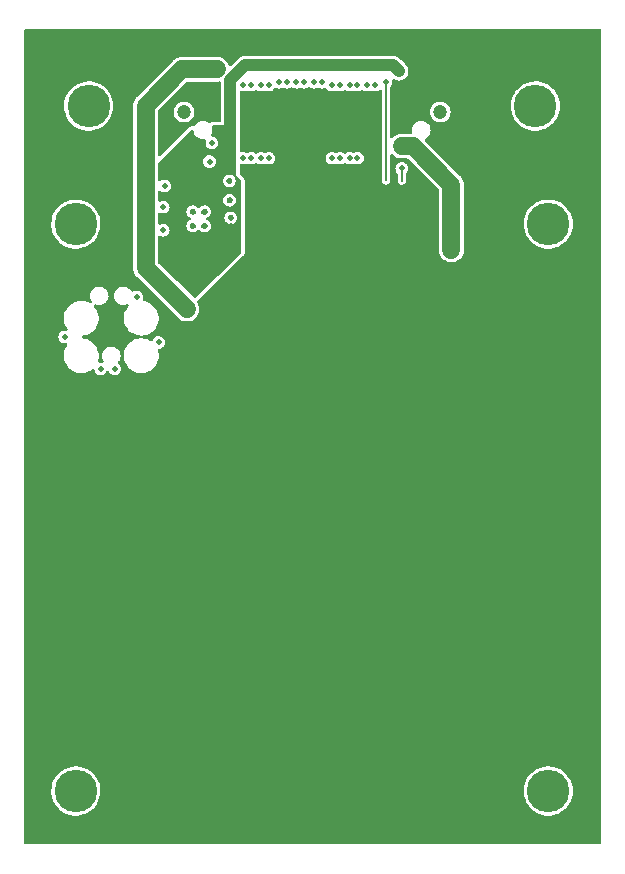
<source format=gbr>
%TF.GenerationSoftware,KiCad,Pcbnew,(6.0.7)*%
%TF.CreationDate,2022-08-04T11:05:02-07:00*%
%TF.ProjectId,SZG-TEMPLATE-TXR,535a472d-5445-44d5-904c-4154452d5458,A*%
%TF.SameCoordinates,Original*%
%TF.FileFunction,Copper,L3,Inr*%
%TF.FilePolarity,Positive*%
%FSLAX46Y46*%
G04 Gerber Fmt 4.6, Leading zero omitted, Abs format (unit mm)*
G04 Created by KiCad (PCBNEW (6.0.7)) date 2022-08-04 11:05:02*
%MOMM*%
%LPD*%
G01*
G04 APERTURE LIST*
%TA.AperFunction,ComponentPad*%
%ADD10C,3.600000*%
%TD*%
%TA.AperFunction,ComponentPad*%
%ADD11C,1.200000*%
%TD*%
%TA.AperFunction,ViaPad*%
%ADD12C,0.508000*%
%TD*%
%TA.AperFunction,Conductor*%
%ADD13C,1.524000*%
%TD*%
%TA.AperFunction,Conductor*%
%ADD14C,1.016000*%
%TD*%
%TA.AperFunction,Conductor*%
%ADD15C,0.152400*%
%TD*%
G04 APERTURE END LIST*
D10*
%TO.N,unconnected-(H1-Pad1)*%
%TO.C,H1*%
X123490000Y-65800000D03*
%TD*%
%TO.N,unconnected-(H2-Pad1)*%
%TO.C,H2*%
X161310000Y-65800000D03*
%TD*%
%TO.N,unconnected-(H3-Pad1)*%
%TO.C,H3*%
X122400000Y-75800000D03*
%TD*%
%TO.N,unconnected-(H4-Pad1)*%
%TO.C,H4*%
X162400000Y-75800000D03*
%TD*%
%TO.N,unconnected-(H5-Pad1)*%
%TO.C,H5*%
X122400000Y-123800000D03*
%TD*%
%TO.N,unconnected-(H6-Pad1)*%
%TO.C,H6*%
X162400000Y-123800000D03*
%TD*%
D11*
%TO.N,N/C*%
%TO.C,J1*%
X153245320Y-66310000D03*
X131555320Y-66310000D03*
%TD*%
D12*
%TO.N,+5V*%
X134668730Y-62308600D03*
X134668730Y-63100000D03*
%TO.N,GND*%
X125400000Y-82100000D03*
X133057200Y-66544600D03*
X145900320Y-66510000D03*
X139422120Y-66513440D03*
X143500320Y-66510000D03*
X145200320Y-66510000D03*
X150166320Y-66510000D03*
X151436320Y-66510000D03*
X147499320Y-66510000D03*
X141276320Y-66510000D03*
X139975320Y-66513440D03*
X137694920Y-66510000D03*
X135521000Y-75259200D03*
X135394000Y-72135000D03*
X133301600Y-75960800D03*
X132295200Y-74751200D03*
X133301600Y-74751200D03*
X132295200Y-75960800D03*
X134022400Y-66544600D03*
X135419400Y-73786000D03*
%TO.N,+3V3*%
X124500000Y-88050000D03*
X149735520Y-62374800D03*
X149735520Y-63111400D03*
X129850000Y-78925000D03*
X135521000Y-75945000D03*
X134632000Y-70509400D03*
X133412800Y-79501000D03*
%TO.N,/R_GA*%
X133717600Y-70509400D03*
X133920800Y-68932200D03*
%TO.N,/RSVD_38*%
X148650320Y-63788400D03*
%TO.N,/RSVD_37*%
X149995240Y-71092070D03*
%TO.N,/C2P_CLKN*%
X147737710Y-64034600D03*
%TO.N,/C2P_CLKP*%
X147077310Y-64034600D03*
%TO.N,/MCU_SDA_MOSI*%
X121450002Y-85350000D03*
X129806000Y-76326000D03*
%TO.N,/MCU_SCL_USCK*%
X129907600Y-72566800D03*
X129400000Y-85819910D03*
%TO.N,/MCU_MISO*%
X125700000Y-88050000D03*
X129806000Y-74370200D03*
%TO.N,/MCU_RESET_B*%
X127550000Y-81950000D03*
%TO.N,/VIO*%
X149735520Y-69511200D03*
X149735520Y-68800000D03*
%TO.N,/RX0P*%
X136577320Y-70214600D03*
%TO.N,/RX0N*%
X137237720Y-70214600D03*
%TO.N,/TX2P*%
X145577320Y-64034600D03*
%TO.N,/TX1P*%
X138077310Y-64034600D03*
%TO.N,/TX3P*%
X144077310Y-64034600D03*
%TO.N,/S3*%
X141074920Y-63788400D03*
%TO.N,/TX0P*%
X136577320Y-64034600D03*
%TO.N,/S9*%
X143233920Y-63788400D03*
%TO.N,/RX1P*%
X138077320Y-70214600D03*
%TO.N,/RX1N*%
X138737720Y-70214600D03*
%TO.N,/TX2N*%
X146237720Y-64034600D03*
%TO.N,/RX2P*%
X145577320Y-70214600D03*
%TO.N,/S5*%
X141735320Y-63788400D03*
%TO.N,/RX2N*%
X146237720Y-70214600D03*
%TO.N,/TX3N*%
X144737710Y-64034600D03*
%TO.N,/S7*%
X142573520Y-63788400D03*
%TO.N,/S1*%
X140236720Y-63788400D03*
%TO.N,/S0*%
X139576320Y-63788400D03*
%TO.N,/TX1N*%
X138737710Y-64034600D03*
%TO.N,/RX3N*%
X144737710Y-70214600D03*
%TO.N,/TX0N*%
X137237720Y-64034600D03*
%TO.N,/RX3P*%
X144077310Y-70214600D03*
%TD*%
D13*
%TO.N,+5V*%
X134343120Y-62686200D02*
X131396720Y-62686200D01*
X128300000Y-65782920D02*
X128300000Y-79500000D01*
X131396720Y-62686200D02*
X128300000Y-65782920D01*
X128300000Y-79500000D02*
X131800000Y-83000000D01*
D14*
%TO.N,+3V3*%
X136712400Y-62356000D02*
X135470200Y-63598200D01*
X135089200Y-68828400D02*
X135050000Y-68867600D01*
X149760920Y-62838600D02*
X149278320Y-62356000D01*
X135470200Y-68447400D02*
X135089200Y-68828400D01*
X135470200Y-63598200D02*
X135470200Y-68447400D01*
X149278320Y-62356000D02*
X136712400Y-62356000D01*
D15*
%TO.N,/RSVD_38*%
X148650320Y-72100000D02*
X148650320Y-63790290D01*
X148650320Y-63790290D02*
X148650320Y-63788400D01*
%TO.N,/RSVD_37*%
X149995240Y-72110000D02*
X149995240Y-71092070D01*
D13*
%TO.N,/VIO*%
X154200000Y-72470202D02*
X154200000Y-78000000D01*
X150929798Y-69200000D02*
X154200000Y-72470202D01*
X150000000Y-69200000D02*
X150929798Y-69200000D01*
%TD*%
%TA.AperFunction,Conductor*%
%TO.N,GND*%
G36*
X166842121Y-59320002D02*
G01*
X166888614Y-59373658D01*
X166900000Y-59426000D01*
X166900000Y-128174000D01*
X166879998Y-128242121D01*
X166826342Y-128288614D01*
X166774000Y-128300000D01*
X118126000Y-128300000D01*
X118057879Y-128279998D01*
X118011386Y-128226342D01*
X118000000Y-128174000D01*
X118000000Y-123778169D01*
X120315354Y-123778169D01*
X120331679Y-124061290D01*
X120332504Y-124065495D01*
X120332505Y-124065503D01*
X120364065Y-124226363D01*
X120386276Y-124339576D01*
X120387663Y-124343626D01*
X120387664Y-124343631D01*
X120476748Y-124603821D01*
X120478137Y-124607877D01*
X120605559Y-124861229D01*
X120607985Y-124864758D01*
X120607988Y-124864764D01*
X120643937Y-124917070D01*
X120766187Y-125094944D01*
X120957048Y-125304697D01*
X120960337Y-125307447D01*
X121171317Y-125483854D01*
X121171322Y-125483858D01*
X121174609Y-125486606D01*
X121230418Y-125521615D01*
X121411205Y-125635023D01*
X121411209Y-125635025D01*
X121414845Y-125637306D01*
X121418755Y-125639071D01*
X121418756Y-125639072D01*
X121669399Y-125752242D01*
X121669403Y-125752244D01*
X121673311Y-125754008D01*
X121677431Y-125755228D01*
X121677430Y-125755228D01*
X121941111Y-125833334D01*
X121941115Y-125833335D01*
X121945224Y-125834552D01*
X121949458Y-125835200D01*
X121949463Y-125835201D01*
X122221310Y-125876799D01*
X122221312Y-125876799D01*
X122225552Y-125877448D01*
X122369875Y-125879715D01*
X122504817Y-125881836D01*
X122504823Y-125881836D01*
X122509108Y-125881903D01*
X122790645Y-125847833D01*
X123064954Y-125775870D01*
X123068914Y-125774230D01*
X123068919Y-125774228D01*
X123195956Y-125721607D01*
X123326958Y-125667344D01*
X123571809Y-125524264D01*
X123794977Y-125349279D01*
X123841255Y-125301524D01*
X123989348Y-125148702D01*
X123992331Y-125145624D01*
X123994864Y-125142176D01*
X123994868Y-125142171D01*
X124157683Y-124920525D01*
X124160221Y-124917070D01*
X124190540Y-124861229D01*
X124293489Y-124671622D01*
X124293490Y-124671620D01*
X124295539Y-124667846D01*
X124395781Y-124402562D01*
X124459093Y-124126128D01*
X124484303Y-123843660D01*
X124484760Y-123800000D01*
X124484591Y-123797519D01*
X124483272Y-123778169D01*
X160315354Y-123778169D01*
X160331679Y-124061290D01*
X160332504Y-124065495D01*
X160332505Y-124065503D01*
X160364065Y-124226363D01*
X160386276Y-124339576D01*
X160387663Y-124343626D01*
X160387664Y-124343631D01*
X160476748Y-124603821D01*
X160478137Y-124607877D01*
X160605559Y-124861229D01*
X160607985Y-124864758D01*
X160607988Y-124864764D01*
X160643937Y-124917070D01*
X160766187Y-125094944D01*
X160957048Y-125304697D01*
X160960337Y-125307447D01*
X161171317Y-125483854D01*
X161171322Y-125483858D01*
X161174609Y-125486606D01*
X161230418Y-125521615D01*
X161411205Y-125635023D01*
X161411209Y-125635025D01*
X161414845Y-125637306D01*
X161418755Y-125639071D01*
X161418756Y-125639072D01*
X161669399Y-125752242D01*
X161669403Y-125752244D01*
X161673311Y-125754008D01*
X161677431Y-125755228D01*
X161677430Y-125755228D01*
X161941111Y-125833334D01*
X161941115Y-125833335D01*
X161945224Y-125834552D01*
X161949458Y-125835200D01*
X161949463Y-125835201D01*
X162221310Y-125876799D01*
X162221312Y-125876799D01*
X162225552Y-125877448D01*
X162369875Y-125879715D01*
X162504817Y-125881836D01*
X162504823Y-125881836D01*
X162509108Y-125881903D01*
X162790645Y-125847833D01*
X163064954Y-125775870D01*
X163068914Y-125774230D01*
X163068919Y-125774228D01*
X163195956Y-125721607D01*
X163326958Y-125667344D01*
X163571809Y-125524264D01*
X163794977Y-125349279D01*
X163841255Y-125301524D01*
X163989348Y-125148702D01*
X163992331Y-125145624D01*
X163994864Y-125142176D01*
X163994868Y-125142171D01*
X164157683Y-124920525D01*
X164160221Y-124917070D01*
X164190540Y-124861229D01*
X164293489Y-124671622D01*
X164293490Y-124671620D01*
X164295539Y-124667846D01*
X164395781Y-124402562D01*
X164459093Y-124126128D01*
X164484303Y-123843660D01*
X164484760Y-123800000D01*
X164484591Y-123797519D01*
X164465763Y-123521343D01*
X164465762Y-123521337D01*
X164465471Y-123517066D01*
X164407963Y-123239367D01*
X164313298Y-122972042D01*
X164183229Y-122720038D01*
X164172821Y-122705228D01*
X164022626Y-122491523D01*
X164020163Y-122488018D01*
X163827116Y-122280275D01*
X163607662Y-122100654D01*
X163365861Y-121952478D01*
X163348070Y-121944668D01*
X163110119Y-121840215D01*
X163106187Y-121838489D01*
X162833446Y-121760797D01*
X162624934Y-121731122D01*
X162556936Y-121721444D01*
X162556934Y-121721444D01*
X162552684Y-121720839D01*
X162403222Y-121720056D01*
X162273383Y-121719376D01*
X162273376Y-121719376D01*
X162269097Y-121719354D01*
X162264853Y-121719913D01*
X162264849Y-121719913D01*
X162141234Y-121736187D01*
X161987932Y-121756370D01*
X161983792Y-121757503D01*
X161983790Y-121757503D01*
X161718537Y-121830068D01*
X161714392Y-121831202D01*
X161453539Y-121942465D01*
X161449858Y-121944668D01*
X161213881Y-122085897D01*
X161213877Y-122085900D01*
X161210199Y-122088101D01*
X160988876Y-122265414D01*
X160793665Y-122471124D01*
X160628178Y-122701424D01*
X160495477Y-122952052D01*
X160398018Y-123218371D01*
X160337605Y-123495452D01*
X160315354Y-123778169D01*
X124483272Y-123778169D01*
X124465763Y-123521343D01*
X124465762Y-123521337D01*
X124465471Y-123517066D01*
X124407963Y-123239367D01*
X124313298Y-122972042D01*
X124183229Y-122720038D01*
X124172821Y-122705228D01*
X124022626Y-122491523D01*
X124020163Y-122488018D01*
X123827116Y-122280275D01*
X123607662Y-122100654D01*
X123365861Y-121952478D01*
X123348070Y-121944668D01*
X123110119Y-121840215D01*
X123106187Y-121838489D01*
X122833446Y-121760797D01*
X122624934Y-121731122D01*
X122556936Y-121721444D01*
X122556934Y-121721444D01*
X122552684Y-121720839D01*
X122403222Y-121720056D01*
X122273383Y-121719376D01*
X122273376Y-121719376D01*
X122269097Y-121719354D01*
X122264853Y-121719913D01*
X122264849Y-121719913D01*
X122141234Y-121736187D01*
X121987932Y-121756370D01*
X121983792Y-121757503D01*
X121983790Y-121757503D01*
X121718537Y-121830068D01*
X121714392Y-121831202D01*
X121453539Y-121942465D01*
X121449858Y-121944668D01*
X121213881Y-122085897D01*
X121213877Y-122085900D01*
X121210199Y-122088101D01*
X120988876Y-122265414D01*
X120793665Y-122471124D01*
X120628178Y-122701424D01*
X120495477Y-122952052D01*
X120398018Y-123218371D01*
X120337605Y-123495452D01*
X120315354Y-123778169D01*
X118000000Y-123778169D01*
X118000000Y-85350000D01*
X120911495Y-85350000D01*
X120929844Y-85489376D01*
X120983641Y-85619253D01*
X121013064Y-85657598D01*
X121054708Y-85711869D01*
X121069220Y-85730782D01*
X121075770Y-85735808D01*
X121075773Y-85735811D01*
X121121162Y-85770639D01*
X121180748Y-85816361D01*
X121209084Y-85828098D01*
X121302996Y-85866998D01*
X121302999Y-85866999D01*
X121310626Y-85870158D01*
X121450002Y-85888507D01*
X121458190Y-85887429D01*
X121555903Y-85874565D01*
X121626052Y-85885504D01*
X121679150Y-85932633D01*
X121698340Y-86000987D01*
X121677529Y-86068864D01*
X121671231Y-86077579D01*
X121662083Y-86089163D01*
X121633624Y-86125198D01*
X121517013Y-86336438D01*
X121436470Y-86563887D01*
X121435563Y-86568979D01*
X121398066Y-86779484D01*
X121394155Y-86801437D01*
X121394092Y-86806600D01*
X121392482Y-86938442D01*
X121391208Y-87042708D01*
X121427705Y-87281221D01*
X121502668Y-87510570D01*
X121614083Y-87724596D01*
X121617186Y-87728729D01*
X121617188Y-87728732D01*
X121748029Y-87902995D01*
X121758958Y-87917551D01*
X121933402Y-88084253D01*
X121970209Y-88109361D01*
X122103013Y-88199954D01*
X122132730Y-88220226D01*
X122137413Y-88222400D01*
X122137417Y-88222402D01*
X122346895Y-88319638D01*
X122346898Y-88319639D01*
X122351590Y-88321817D01*
X122584104Y-88386299D01*
X122589241Y-88386848D01*
X122777751Y-88406994D01*
X122777759Y-88406994D01*
X122781086Y-88407350D01*
X122921169Y-88407350D01*
X122923742Y-88407138D01*
X122923753Y-88407138D01*
X123024249Y-88398875D01*
X123100478Y-88392608D01*
X123334497Y-88333826D01*
X123482498Y-88269474D01*
X123551037Y-88239673D01*
X123551040Y-88239671D01*
X123555774Y-88237613D01*
X123737318Y-88120167D01*
X123754022Y-88109361D01*
X123754025Y-88109359D01*
X123758365Y-88106551D01*
X123768148Y-88097649D01*
X123831993Y-88066597D01*
X123902492Y-88074991D01*
X123957261Y-88120167D01*
X123977870Y-88174397D01*
X123979842Y-88189376D01*
X124033639Y-88319253D01*
X124038666Y-88325804D01*
X124088959Y-88391347D01*
X124119218Y-88430782D01*
X124125768Y-88435808D01*
X124125771Y-88435811D01*
X124174982Y-88473572D01*
X124230746Y-88516361D01*
X124295685Y-88543260D01*
X124352994Y-88566998D01*
X124352997Y-88566999D01*
X124360624Y-88570158D01*
X124500000Y-88588507D01*
X124508188Y-88587429D01*
X124631188Y-88571236D01*
X124639376Y-88570158D01*
X124647003Y-88566999D01*
X124647006Y-88566998D01*
X124704315Y-88543259D01*
X124769254Y-88516361D01*
X124825018Y-88473572D01*
X124874229Y-88435811D01*
X124874232Y-88435808D01*
X124880782Y-88430782D01*
X124911042Y-88391347D01*
X124961334Y-88325804D01*
X124966361Y-88319253D01*
X124983591Y-88277656D01*
X125028139Y-88222375D01*
X125095503Y-88199954D01*
X125164294Y-88217512D01*
X125212672Y-88269474D01*
X125216408Y-88277654D01*
X125233639Y-88319253D01*
X125238666Y-88325804D01*
X125288959Y-88391347D01*
X125319218Y-88430782D01*
X125325768Y-88435808D01*
X125325771Y-88435811D01*
X125374982Y-88473572D01*
X125430746Y-88516361D01*
X125495685Y-88543260D01*
X125552994Y-88566998D01*
X125552997Y-88566999D01*
X125560624Y-88570158D01*
X125700000Y-88588507D01*
X125708188Y-88587429D01*
X125831188Y-88571236D01*
X125839376Y-88570158D01*
X125847003Y-88566999D01*
X125847006Y-88566998D01*
X125904315Y-88543259D01*
X125969254Y-88516361D01*
X126025018Y-88473572D01*
X126074229Y-88435811D01*
X126074232Y-88435808D01*
X126080782Y-88430782D01*
X126111042Y-88391347D01*
X126161334Y-88325804D01*
X126166361Y-88319253D01*
X126220158Y-88189376D01*
X126238507Y-88050000D01*
X126220158Y-87910624D01*
X126166361Y-87780747D01*
X126080782Y-87669218D01*
X126074232Y-87664192D01*
X126074229Y-87664189D01*
X126017529Y-87620682D01*
X125975662Y-87563344D01*
X125971440Y-87492473D01*
X126000265Y-87440643D01*
X125998554Y-87439268D01*
X126002966Y-87433781D01*
X126007965Y-87428817D01*
X126011737Y-87422874D01*
X126011739Y-87422871D01*
X126097377Y-87287927D01*
X126101154Y-87281976D01*
X126111432Y-87253111D01*
X126157132Y-87124773D01*
X126157133Y-87124768D01*
X126159494Y-87118138D01*
X126160327Y-87111152D01*
X126160328Y-87111148D01*
X126179252Y-86952439D01*
X126180086Y-86945446D01*
X126164950Y-86801437D01*
X126162643Y-86779484D01*
X126162642Y-86779482D01*
X126161907Y-86772484D01*
X126105860Y-86607847D01*
X126102169Y-86601847D01*
X126018422Y-86465718D01*
X126018420Y-86465716D01*
X126014731Y-86459719D01*
X125893049Y-86335462D01*
X125746862Y-86241251D01*
X125740242Y-86238841D01*
X125740239Y-86238840D01*
X125590055Y-86184177D01*
X125590054Y-86184177D01*
X125583436Y-86181768D01*
X125576448Y-86180885D01*
X125576447Y-86180885D01*
X125544121Y-86176801D01*
X125449118Y-86164800D01*
X125356271Y-86164800D01*
X125227169Y-86179281D01*
X125220516Y-86181598D01*
X125220515Y-86181598D01*
X125184497Y-86194141D01*
X125062928Y-86236476D01*
X125056954Y-86240209D01*
X125056952Y-86240210D01*
X124921414Y-86324904D01*
X124915440Y-86328637D01*
X124910442Y-86333600D01*
X124910441Y-86333601D01*
X124891892Y-86352021D01*
X124792035Y-86451183D01*
X124698846Y-86598024D01*
X124696481Y-86604666D01*
X124642868Y-86755227D01*
X124642867Y-86755232D01*
X124640506Y-86761862D01*
X124639673Y-86768848D01*
X124639672Y-86768852D01*
X124630895Y-86842462D01*
X124619914Y-86934554D01*
X124620650Y-86941557D01*
X124620650Y-86941558D01*
X124635585Y-87083651D01*
X124638093Y-87107516D01*
X124694140Y-87272153D01*
X124697829Y-87278149D01*
X124697832Y-87278156D01*
X124732739Y-87334895D01*
X124751398Y-87403396D01*
X124730059Y-87471111D01*
X124675500Y-87516539D01*
X124608977Y-87525840D01*
X124500000Y-87511493D01*
X124404227Y-87524102D01*
X124334080Y-87513163D01*
X124280981Y-87466035D01*
X124261791Y-87397681D01*
X124269009Y-87357122D01*
X124281803Y-87320992D01*
X124281805Y-87320984D01*
X124283530Y-87316113D01*
X124317614Y-87124773D01*
X124324939Y-87083651D01*
X124324939Y-87083647D01*
X124325845Y-87078563D01*
X124327471Y-86945446D01*
X124328729Y-86842462D01*
X124328729Y-86842460D01*
X124328792Y-86837292D01*
X124292295Y-86598779D01*
X124217332Y-86369430D01*
X124149351Y-86238840D01*
X124108306Y-86159993D01*
X124108305Y-86159992D01*
X124105917Y-86155404D01*
X124086639Y-86129727D01*
X123964147Y-85966584D01*
X123964145Y-85966581D01*
X123961042Y-85962449D01*
X123786598Y-85795747D01*
X123587270Y-85659774D01*
X123582587Y-85657600D01*
X123582583Y-85657598D01*
X123373105Y-85560362D01*
X123373102Y-85560361D01*
X123368410Y-85558183D01*
X123135896Y-85493701D01*
X123130759Y-85493152D01*
X122985730Y-85477653D01*
X122920120Y-85450525D01*
X122879592Y-85392233D01*
X122877013Y-85321283D01*
X122913202Y-85260202D01*
X122976669Y-85228382D01*
X122988793Y-85226790D01*
X123100478Y-85217608D01*
X123334497Y-85158826D01*
X123463309Y-85102817D01*
X123551037Y-85064673D01*
X123551040Y-85064671D01*
X123555774Y-85062613D01*
X123707905Y-84964195D01*
X123754022Y-84934361D01*
X123754025Y-84934359D01*
X123758365Y-84931551D01*
X123782871Y-84909253D01*
X123933008Y-84772638D01*
X123933009Y-84772636D01*
X123936830Y-84769160D01*
X123940029Y-84765109D01*
X123940033Y-84765105D01*
X124083171Y-84583860D01*
X124086376Y-84579802D01*
X124202987Y-84368562D01*
X124283530Y-84141113D01*
X124303628Y-84028284D01*
X124324939Y-83908651D01*
X124324939Y-83908647D01*
X124325845Y-83903563D01*
X124328792Y-83662292D01*
X124292295Y-83423779D01*
X124217332Y-83194430D01*
X124105917Y-82980404D01*
X123961042Y-82787449D01*
X123957305Y-82783877D01*
X123954482Y-82780698D01*
X123924214Y-82716477D01*
X123933472Y-82646087D01*
X123979316Y-82591875D01*
X124047191Y-82571055D01*
X124091800Y-82578645D01*
X124200564Y-82618232D01*
X124207552Y-82619115D01*
X124207553Y-82619115D01*
X124226465Y-82621504D01*
X124334882Y-82635200D01*
X124427729Y-82635200D01*
X124556831Y-82620719D01*
X124563484Y-82618402D01*
X124563485Y-82618402D01*
X124639659Y-82591875D01*
X124721072Y-82563524D01*
X124734826Y-82554930D01*
X124862586Y-82475096D01*
X124868560Y-82471363D01*
X124874639Y-82465327D01*
X124967376Y-82373235D01*
X124991965Y-82348817D01*
X125085154Y-82201976D01*
X125128165Y-82081188D01*
X125141132Y-82044773D01*
X125141133Y-82044768D01*
X125143494Y-82038138D01*
X125144327Y-82031152D01*
X125144328Y-82031148D01*
X125163252Y-81872439D01*
X125164086Y-81865446D01*
X125162941Y-81854554D01*
X125635914Y-81854554D01*
X125654093Y-82027516D01*
X125710140Y-82192153D01*
X125713830Y-82198151D01*
X125713831Y-82198153D01*
X125784112Y-82312392D01*
X125801269Y-82340281D01*
X125821121Y-82360553D01*
X125878271Y-82418912D01*
X125922951Y-82464538D01*
X126069138Y-82558749D01*
X126075758Y-82561159D01*
X126075761Y-82561160D01*
X126213244Y-82611200D01*
X126232564Y-82618232D01*
X126239552Y-82619115D01*
X126239553Y-82619115D01*
X126258465Y-82621504D01*
X126366882Y-82635200D01*
X126459729Y-82635200D01*
X126588831Y-82620719D01*
X126595485Y-82618402D01*
X126652781Y-82598449D01*
X126711641Y-82577952D01*
X126782549Y-82574438D01*
X126844102Y-82609819D01*
X126876754Y-82672861D01*
X126870140Y-82743549D01*
X126851959Y-82775035D01*
X126826389Y-82807413D01*
X126713624Y-82950198D01*
X126597013Y-83161438D01*
X126516470Y-83388887D01*
X126512874Y-83409072D01*
X126480076Y-83593199D01*
X126474155Y-83626437D01*
X126471208Y-83867708D01*
X126507705Y-84106221D01*
X126582668Y-84335570D01*
X126694083Y-84549596D01*
X126697186Y-84553729D01*
X126697188Y-84553732D01*
X126800234Y-84690976D01*
X126838958Y-84742551D01*
X127013402Y-84909253D01*
X127212730Y-85045226D01*
X127217413Y-85047400D01*
X127217417Y-85047402D01*
X127426895Y-85144638D01*
X127426898Y-85144639D01*
X127431590Y-85146817D01*
X127664104Y-85211299D01*
X127669241Y-85211848D01*
X127814270Y-85227347D01*
X127879880Y-85254475D01*
X127920408Y-85312767D01*
X127922987Y-85383717D01*
X127886798Y-85444798D01*
X127823331Y-85476618D01*
X127811207Y-85478210D01*
X127699522Y-85487392D01*
X127465503Y-85546174D01*
X127432873Y-85560362D01*
X127248963Y-85640327D01*
X127248960Y-85640329D01*
X127244226Y-85642387D01*
X127163964Y-85694311D01*
X127045978Y-85770639D01*
X127045975Y-85770641D01*
X127041635Y-85773449D01*
X127037812Y-85776928D01*
X127037809Y-85776930D01*
X126930510Y-85874565D01*
X126863170Y-85935840D01*
X126859971Y-85939891D01*
X126859967Y-85939895D01*
X126838628Y-85966915D01*
X126713624Y-86125198D01*
X126597013Y-86336438D01*
X126516470Y-86563887D01*
X126515563Y-86568979D01*
X126478066Y-86779484D01*
X126474155Y-86801437D01*
X126474092Y-86806600D01*
X126472482Y-86938442D01*
X126471208Y-87042708D01*
X126507705Y-87281221D01*
X126582668Y-87510570D01*
X126694083Y-87724596D01*
X126697186Y-87728729D01*
X126697188Y-87728732D01*
X126828029Y-87902995D01*
X126838958Y-87917551D01*
X127013402Y-88084253D01*
X127050209Y-88109361D01*
X127183013Y-88199954D01*
X127212730Y-88220226D01*
X127217413Y-88222400D01*
X127217417Y-88222402D01*
X127426895Y-88319638D01*
X127426898Y-88319639D01*
X127431590Y-88321817D01*
X127664104Y-88386299D01*
X127669241Y-88386848D01*
X127857751Y-88406994D01*
X127857759Y-88406994D01*
X127861086Y-88407350D01*
X128001169Y-88407350D01*
X128003742Y-88407138D01*
X128003753Y-88407138D01*
X128104249Y-88398875D01*
X128180478Y-88392608D01*
X128414497Y-88333826D01*
X128562498Y-88269474D01*
X128631037Y-88239673D01*
X128631040Y-88239671D01*
X128635774Y-88237613D01*
X128817318Y-88120167D01*
X128834022Y-88109361D01*
X128834025Y-88109359D01*
X128838365Y-88106551D01*
X128848149Y-88097649D01*
X129013008Y-87947638D01*
X129013009Y-87947636D01*
X129016830Y-87944160D01*
X129020029Y-87940109D01*
X129020033Y-87940105D01*
X129145886Y-87780747D01*
X129166376Y-87754802D01*
X129282987Y-87543562D01*
X129363530Y-87316113D01*
X129397614Y-87124773D01*
X129404939Y-87083651D01*
X129404939Y-87083647D01*
X129405845Y-87078563D01*
X129407471Y-86945446D01*
X129408729Y-86842462D01*
X129408729Y-86842460D01*
X129408792Y-86837292D01*
X129372295Y-86598779D01*
X129345267Y-86516087D01*
X129343116Y-86445125D01*
X129379672Y-86384263D01*
X129448585Y-86352021D01*
X129531188Y-86341146D01*
X129539376Y-86340068D01*
X129547003Y-86336909D01*
X129547006Y-86336908D01*
X129604315Y-86313170D01*
X129669254Y-86286271D01*
X129727925Y-86241251D01*
X129774229Y-86205721D01*
X129774232Y-86205718D01*
X129780782Y-86200692D01*
X129793455Y-86184177D01*
X129861334Y-86095714D01*
X129866361Y-86089163D01*
X129920158Y-85959286D01*
X129938507Y-85819910D01*
X129920158Y-85680534D01*
X129866361Y-85550657D01*
X129780782Y-85439128D01*
X129774232Y-85434102D01*
X129774229Y-85434099D01*
X129708569Y-85383717D01*
X129669254Y-85353549D01*
X129591357Y-85321283D01*
X129547006Y-85302912D01*
X129547003Y-85302911D01*
X129539376Y-85299752D01*
X129400000Y-85281403D01*
X129260624Y-85299752D01*
X129130747Y-85353549D01*
X129019218Y-85439128D01*
X128933639Y-85550657D01*
X128930479Y-85558287D01*
X128899048Y-85634167D01*
X128854500Y-85689448D01*
X128787136Y-85711869D01*
X128718345Y-85694311D01*
X128711635Y-85690037D01*
X128671546Y-85662690D01*
X128671538Y-85662685D01*
X128667270Y-85659774D01*
X128662587Y-85657600D01*
X128662583Y-85657598D01*
X128453105Y-85560362D01*
X128453102Y-85560361D01*
X128448410Y-85558183D01*
X128215896Y-85493701D01*
X128210759Y-85493152D01*
X128065730Y-85477653D01*
X128000120Y-85450525D01*
X127959592Y-85392233D01*
X127957013Y-85321283D01*
X127993202Y-85260202D01*
X128056669Y-85228382D01*
X128068793Y-85226790D01*
X128180478Y-85217608D01*
X128414497Y-85158826D01*
X128543309Y-85102817D01*
X128631037Y-85064673D01*
X128631040Y-85064671D01*
X128635774Y-85062613D01*
X128787905Y-84964195D01*
X128834022Y-84934361D01*
X128834025Y-84934359D01*
X128838365Y-84931551D01*
X128862871Y-84909253D01*
X129013008Y-84772638D01*
X129013009Y-84772636D01*
X129016830Y-84769160D01*
X129020029Y-84765109D01*
X129020033Y-84765105D01*
X129163171Y-84583860D01*
X129166376Y-84579802D01*
X129282987Y-84368562D01*
X129363530Y-84141113D01*
X129383628Y-84028284D01*
X129404939Y-83908651D01*
X129404939Y-83908647D01*
X129405845Y-83903563D01*
X129408792Y-83662292D01*
X129372295Y-83423779D01*
X129297332Y-83194430D01*
X129185917Y-82980404D01*
X129166639Y-82954727D01*
X129044147Y-82791584D01*
X129044145Y-82791581D01*
X129041042Y-82787449D01*
X128866598Y-82620747D01*
X128667270Y-82484774D01*
X128662587Y-82482600D01*
X128662583Y-82482598D01*
X128453105Y-82385362D01*
X128453102Y-82385361D01*
X128448410Y-82383183D01*
X128215896Y-82318701D01*
X128210759Y-82318152D01*
X128152847Y-82311963D01*
X128087237Y-82284835D01*
X128046709Y-82226543D01*
X128044130Y-82155593D01*
X128049828Y-82138457D01*
X128066997Y-82097009D01*
X128066998Y-82097004D01*
X128070158Y-82089376D01*
X128088507Y-81950000D01*
X128070158Y-81810624D01*
X128016361Y-81680747D01*
X127930782Y-81569218D01*
X127924232Y-81564192D01*
X127924229Y-81564189D01*
X127869047Y-81521847D01*
X127819254Y-81483639D01*
X127754315Y-81456741D01*
X127697006Y-81433002D01*
X127697003Y-81433001D01*
X127689376Y-81429842D01*
X127550000Y-81411493D01*
X127410624Y-81429842D01*
X127280747Y-81483639D01*
X127274198Y-81488664D01*
X127274195Y-81488666D01*
X127265163Y-81495597D01*
X127198943Y-81521198D01*
X127129394Y-81506934D01*
X127081141Y-81461658D01*
X127034424Y-81385720D01*
X127034419Y-81385713D01*
X127030731Y-81379719D01*
X126909049Y-81255462D01*
X126762862Y-81161251D01*
X126756242Y-81158841D01*
X126756239Y-81158840D01*
X126606055Y-81104177D01*
X126606054Y-81104177D01*
X126599436Y-81101768D01*
X126592448Y-81100885D01*
X126592447Y-81100885D01*
X126560121Y-81096801D01*
X126465118Y-81084800D01*
X126372271Y-81084800D01*
X126243169Y-81099281D01*
X126236516Y-81101598D01*
X126236515Y-81101598D01*
X126169497Y-81124936D01*
X126078928Y-81156476D01*
X126072954Y-81160209D01*
X126072952Y-81160210D01*
X125937414Y-81244904D01*
X125931440Y-81248637D01*
X125808035Y-81371183D01*
X125714846Y-81518024D01*
X125712481Y-81524666D01*
X125658868Y-81675227D01*
X125658867Y-81675232D01*
X125656506Y-81681862D01*
X125655673Y-81688848D01*
X125655672Y-81688852D01*
X125642062Y-81802995D01*
X125635914Y-81854554D01*
X125162941Y-81854554D01*
X125145907Y-81692484D01*
X125089860Y-81527847D01*
X125060719Y-81480479D01*
X125002422Y-81385718D01*
X125002420Y-81385716D01*
X124998731Y-81379719D01*
X124877049Y-81255462D01*
X124730862Y-81161251D01*
X124724242Y-81158841D01*
X124724239Y-81158840D01*
X124574055Y-81104177D01*
X124574054Y-81104177D01*
X124567436Y-81101768D01*
X124560448Y-81100885D01*
X124560447Y-81100885D01*
X124528121Y-81096801D01*
X124433118Y-81084800D01*
X124340271Y-81084800D01*
X124211169Y-81099281D01*
X124204516Y-81101598D01*
X124204515Y-81101598D01*
X124137497Y-81124936D01*
X124046928Y-81156476D01*
X124040954Y-81160209D01*
X124040952Y-81160210D01*
X123905414Y-81244904D01*
X123899440Y-81248637D01*
X123776035Y-81371183D01*
X123682846Y-81518024D01*
X123680481Y-81524666D01*
X123626868Y-81675227D01*
X123626867Y-81675232D01*
X123624506Y-81681862D01*
X123623673Y-81688848D01*
X123623672Y-81688852D01*
X123610062Y-81802995D01*
X123603914Y-81854554D01*
X123622093Y-82027516D01*
X123678140Y-82192153D01*
X123681830Y-82198151D01*
X123681831Y-82198153D01*
X123747073Y-82304202D01*
X123765731Y-82372703D01*
X123744392Y-82440417D01*
X123689832Y-82485845D01*
X123619373Y-82494565D01*
X123586707Y-82484513D01*
X123445382Y-82418912D01*
X123373105Y-82385362D01*
X123373102Y-82385361D01*
X123368410Y-82383183D01*
X123135896Y-82318701D01*
X123130759Y-82318152D01*
X122942249Y-82298006D01*
X122942241Y-82298006D01*
X122938914Y-82297650D01*
X122798831Y-82297650D01*
X122796258Y-82297862D01*
X122796247Y-82297862D01*
X122695751Y-82306125D01*
X122619522Y-82312392D01*
X122385503Y-82371174D01*
X122352873Y-82385362D01*
X122168963Y-82465327D01*
X122168960Y-82465329D01*
X122164226Y-82467387D01*
X122040387Y-82547502D01*
X121965978Y-82595639D01*
X121965975Y-82595641D01*
X121961635Y-82598449D01*
X121957812Y-82601928D01*
X121957809Y-82601930D01*
X121786992Y-82757362D01*
X121783170Y-82760840D01*
X121779971Y-82764891D01*
X121779967Y-82764895D01*
X121741538Y-82813555D01*
X121633624Y-82950198D01*
X121517013Y-83161438D01*
X121436470Y-83388887D01*
X121432874Y-83409072D01*
X121400076Y-83593199D01*
X121394155Y-83626437D01*
X121391208Y-83867708D01*
X121427705Y-84106221D01*
X121502668Y-84335570D01*
X121614083Y-84549596D01*
X121617186Y-84553729D01*
X121617188Y-84553732D01*
X121670317Y-84624492D01*
X121695223Y-84690976D01*
X121680231Y-84760372D01*
X121630101Y-84810646D01*
X121560748Y-84825837D01*
X121553111Y-84825067D01*
X121458191Y-84812571D01*
X121458190Y-84812571D01*
X121450002Y-84811493D01*
X121310626Y-84829842D01*
X121180749Y-84883639D01*
X121069220Y-84969218D01*
X120983641Y-85080747D01*
X120929844Y-85210624D01*
X120911495Y-85350000D01*
X118000000Y-85350000D01*
X118000000Y-75778169D01*
X120315354Y-75778169D01*
X120331679Y-76061290D01*
X120332504Y-76065495D01*
X120332505Y-76065503D01*
X120352655Y-76168206D01*
X120386276Y-76339576D01*
X120387663Y-76343626D01*
X120387664Y-76343631D01*
X120476748Y-76603821D01*
X120478137Y-76607877D01*
X120605559Y-76861229D01*
X120607985Y-76864758D01*
X120607988Y-76864764D01*
X120643937Y-76917070D01*
X120766187Y-77094944D01*
X120957048Y-77304697D01*
X120960337Y-77307447D01*
X121171317Y-77483854D01*
X121171322Y-77483858D01*
X121174609Y-77486606D01*
X121230418Y-77521615D01*
X121411205Y-77635023D01*
X121411209Y-77635025D01*
X121414845Y-77637306D01*
X121418755Y-77639071D01*
X121418756Y-77639072D01*
X121669399Y-77752242D01*
X121669403Y-77752244D01*
X121673311Y-77754008D01*
X121677431Y-77755228D01*
X121677430Y-77755228D01*
X121941111Y-77833334D01*
X121941115Y-77833335D01*
X121945224Y-77834552D01*
X121949458Y-77835200D01*
X121949463Y-77835201D01*
X122221310Y-77876799D01*
X122221312Y-77876799D01*
X122225552Y-77877448D01*
X122369875Y-77879715D01*
X122504817Y-77881836D01*
X122504823Y-77881836D01*
X122509108Y-77881903D01*
X122790645Y-77847833D01*
X123064954Y-77775870D01*
X123068914Y-77774230D01*
X123068919Y-77774228D01*
X123195956Y-77721607D01*
X123326958Y-77667344D01*
X123571809Y-77524264D01*
X123794977Y-77349279D01*
X123841255Y-77301524D01*
X123989348Y-77148702D01*
X123992331Y-77145624D01*
X123994864Y-77142176D01*
X123994868Y-77142171D01*
X124157683Y-76920525D01*
X124160221Y-76917070D01*
X124190540Y-76861229D01*
X124293489Y-76671622D01*
X124293490Y-76671620D01*
X124295539Y-76667846D01*
X124395781Y-76402562D01*
X124439438Y-76211948D01*
X124458136Y-76130308D01*
X124458137Y-76130303D01*
X124459093Y-76126128D01*
X124484303Y-75843660D01*
X124484760Y-75800000D01*
X124484591Y-75797519D01*
X124465763Y-75521343D01*
X124465762Y-75521337D01*
X124465471Y-75517066D01*
X124407963Y-75239367D01*
X124313298Y-74972042D01*
X124199313Y-74751200D01*
X124185194Y-74723845D01*
X124185194Y-74723844D01*
X124183229Y-74720038D01*
X124172821Y-74705228D01*
X124088194Y-74584817D01*
X124020163Y-74488018D01*
X123827116Y-74280275D01*
X123607662Y-74100654D01*
X123365861Y-73952478D01*
X123361187Y-73950426D01*
X123110119Y-73840215D01*
X123106187Y-73838489D01*
X122833446Y-73760797D01*
X122624934Y-73731122D01*
X122556936Y-73721444D01*
X122556934Y-73721444D01*
X122552684Y-73720839D01*
X122403222Y-73720056D01*
X122273383Y-73719376D01*
X122273376Y-73719376D01*
X122269097Y-73719354D01*
X122264853Y-73719913D01*
X122264849Y-73719913D01*
X122141234Y-73736187D01*
X121987932Y-73756370D01*
X121983792Y-73757503D01*
X121983790Y-73757503D01*
X121819499Y-73802448D01*
X121714392Y-73831202D01*
X121453539Y-73942465D01*
X121449858Y-73944668D01*
X121213881Y-74085897D01*
X121213877Y-74085900D01*
X121210199Y-74088101D01*
X120988876Y-74265414D01*
X120793665Y-74471124D01*
X120628178Y-74701424D01*
X120495477Y-74952052D01*
X120398018Y-75218371D01*
X120337605Y-75495452D01*
X120337269Y-75499722D01*
X120318703Y-75735623D01*
X120315354Y-75778169D01*
X118000000Y-75778169D01*
X118000000Y-65778169D01*
X121405354Y-65778169D01*
X121421679Y-66061290D01*
X121422504Y-66065495D01*
X121422505Y-66065503D01*
X121435672Y-66132615D01*
X121476276Y-66339576D01*
X121477663Y-66343626D01*
X121477664Y-66343631D01*
X121526883Y-66487385D01*
X121568137Y-66607877D01*
X121570064Y-66611708D01*
X121682342Y-66834949D01*
X121695559Y-66861229D01*
X121697985Y-66864758D01*
X121697988Y-66864764D01*
X121771262Y-66971378D01*
X121856187Y-67094944D01*
X121859074Y-67098117D01*
X121859075Y-67098118D01*
X121907150Y-67150952D01*
X122047048Y-67304697D01*
X122050337Y-67307447D01*
X122261317Y-67483854D01*
X122261322Y-67483858D01*
X122264609Y-67486606D01*
X122355325Y-67543512D01*
X122501205Y-67635023D01*
X122501209Y-67635025D01*
X122504845Y-67637306D01*
X122508755Y-67639071D01*
X122508756Y-67639072D01*
X122759399Y-67752242D01*
X122759403Y-67752244D01*
X122763311Y-67754008D01*
X122767431Y-67755228D01*
X122767430Y-67755228D01*
X123031111Y-67833334D01*
X123031115Y-67833335D01*
X123035224Y-67834552D01*
X123039458Y-67835200D01*
X123039463Y-67835201D01*
X123311310Y-67876799D01*
X123311312Y-67876799D01*
X123315552Y-67877448D01*
X123459875Y-67879715D01*
X123594817Y-67881836D01*
X123594823Y-67881836D01*
X123599108Y-67881903D01*
X123880645Y-67847833D01*
X124154954Y-67775870D01*
X124158914Y-67774230D01*
X124158919Y-67774228D01*
X124285956Y-67721607D01*
X124416958Y-67667344D01*
X124575413Y-67574750D01*
X124658106Y-67526428D01*
X124658107Y-67526427D01*
X124661809Y-67524264D01*
X124884977Y-67349279D01*
X124888564Y-67345578D01*
X125043580Y-67185612D01*
X125082331Y-67145624D01*
X125084864Y-67142176D01*
X125084868Y-67142171D01*
X125247683Y-66920525D01*
X125250221Y-66917070D01*
X125280540Y-66861229D01*
X125383489Y-66671622D01*
X125383490Y-66671620D01*
X125385539Y-66667846D01*
X125485781Y-66402562D01*
X125537308Y-66177584D01*
X125548136Y-66130308D01*
X125548137Y-66130303D01*
X125549093Y-66126128D01*
X125574303Y-65843660D01*
X125574482Y-65826614D01*
X125574734Y-65802485D01*
X125574760Y-65800000D01*
X125574465Y-65795677D01*
X125573346Y-65779265D01*
X127253065Y-65779265D01*
X127254791Y-65797519D01*
X127257541Y-65826614D01*
X127258100Y-65838472D01*
X127258100Y-79436335D01*
X127257363Y-79449943D01*
X127253116Y-79489036D01*
X127257632Y-79540651D01*
X127257959Y-79545449D01*
X127258100Y-79548335D01*
X127258100Y-79551412D01*
X127258400Y-79554468D01*
X127258401Y-79554495D01*
X127262430Y-79595575D01*
X127262550Y-79596854D01*
X127270925Y-79692586D01*
X127272461Y-79697872D01*
X127272998Y-79703352D01*
X127300784Y-79795383D01*
X127301126Y-79796539D01*
X127326209Y-79882879D01*
X127326212Y-79882886D01*
X127327930Y-79888800D01*
X127330464Y-79893689D01*
X127332055Y-79898958D01*
X127377112Y-79983697D01*
X127377719Y-79984852D01*
X127421961Y-80070205D01*
X127425399Y-80074511D01*
X127427981Y-80079368D01*
X127488649Y-80153754D01*
X127489478Y-80154782D01*
X127519592Y-80192506D01*
X127519602Y-80192518D01*
X127521794Y-80195263D01*
X127524290Y-80197759D01*
X127525196Y-80198772D01*
X127528904Y-80203113D01*
X127557121Y-80237710D01*
X127561868Y-80241637D01*
X127561870Y-80241639D01*
X127593768Y-80268027D01*
X127602548Y-80276017D01*
X131099619Y-83773088D01*
X131217591Y-83869991D01*
X131397665Y-83966546D01*
X131468412Y-83988175D01*
X131587165Y-84024482D01*
X131587170Y-84024483D01*
X131593064Y-84026285D01*
X131652793Y-84032352D01*
X131790217Y-84046312D01*
X131790222Y-84046312D01*
X131796345Y-84046934D01*
X131999765Y-84027705D01*
X132070703Y-84006557D01*
X132189673Y-83971091D01*
X132189675Y-83971090D01*
X132195576Y-83969331D01*
X132376320Y-83874036D01*
X132535112Y-83745449D01*
X132600089Y-83667462D01*
X132634269Y-83626437D01*
X132665904Y-83588468D01*
X132763714Y-83409072D01*
X132824816Y-83214095D01*
X132826953Y-83194430D01*
X132846218Y-83017088D01*
X132846218Y-83017084D01*
X132846883Y-83010963D01*
X132829075Y-82807413D01*
X132827356Y-82801496D01*
X132827355Y-82801491D01*
X132779042Y-82635200D01*
X132772069Y-82611200D01*
X132698979Y-82470194D01*
X132680871Y-82435259D01*
X132680870Y-82435257D01*
X132678038Y-82429794D01*
X132674199Y-82424985D01*
X132670837Y-82419808D01*
X132672217Y-82418912D01*
X132648357Y-82360553D01*
X132661284Y-82290743D01*
X132699699Y-82245677D01*
X132732767Y-82221684D01*
X132732768Y-82221684D01*
X132736411Y-82219040D01*
X136570185Y-78497956D01*
X136592251Y-78473936D01*
X136610492Y-78451643D01*
X136663358Y-78351491D01*
X136683360Y-78283370D01*
X136694016Y-78209255D01*
X136694261Y-78207553D01*
X136694261Y-78207546D01*
X136694900Y-78203105D01*
X136694900Y-72136381D01*
X136693267Y-72105923D01*
X136690387Y-72079138D01*
X136657168Y-71973053D01*
X136648627Y-71957411D01*
X136625300Y-71914694D01*
X136623142Y-71910742D01*
X136612379Y-71896364D01*
X136577244Y-71849432D01*
X136574546Y-71845828D01*
X136544137Y-71815420D01*
X136300006Y-71571294D01*
X136265980Y-71508983D01*
X136263100Y-71482198D01*
X136263100Y-70850908D01*
X136283102Y-70782787D01*
X136336758Y-70736294D01*
X136407032Y-70726190D01*
X136422105Y-70730322D01*
X136422336Y-70729460D01*
X136430315Y-70731598D01*
X136437944Y-70734758D01*
X136577320Y-70753107D01*
X136585508Y-70752029D01*
X136708508Y-70735836D01*
X136716696Y-70734758D01*
X136724323Y-70731599D01*
X136724326Y-70731598D01*
X136838946Y-70684121D01*
X136838948Y-70684120D01*
X136846574Y-70680961D01*
X136847634Y-70680148D01*
X136913512Y-70664164D01*
X136967071Y-70679890D01*
X136968466Y-70680961D01*
X136976092Y-70684120D01*
X136976094Y-70684121D01*
X137090714Y-70731598D01*
X137090717Y-70731599D01*
X137098344Y-70734758D01*
X137237720Y-70753107D01*
X137245908Y-70752029D01*
X137368908Y-70735836D01*
X137377096Y-70734758D01*
X137384723Y-70731599D01*
X137384726Y-70731598D01*
X137445899Y-70706259D01*
X137506974Y-70680961D01*
X137567920Y-70634195D01*
X137580816Y-70624300D01*
X137647036Y-70598699D01*
X137716585Y-70612964D01*
X137734224Y-70624300D01*
X137747120Y-70634195D01*
X137808066Y-70680961D01*
X137869141Y-70706259D01*
X137930314Y-70731598D01*
X137930317Y-70731599D01*
X137937944Y-70734758D01*
X138077320Y-70753107D01*
X138085508Y-70752029D01*
X138208508Y-70735836D01*
X138216696Y-70734758D01*
X138224323Y-70731599D01*
X138224326Y-70731598D01*
X138338946Y-70684121D01*
X138338948Y-70684120D01*
X138346574Y-70680961D01*
X138347634Y-70680148D01*
X138413512Y-70664164D01*
X138467071Y-70679890D01*
X138468466Y-70680961D01*
X138476092Y-70684120D01*
X138476094Y-70684121D01*
X138590714Y-70731598D01*
X138590717Y-70731599D01*
X138598344Y-70734758D01*
X138737720Y-70753107D01*
X138745908Y-70752029D01*
X138868908Y-70735836D01*
X138877096Y-70734758D01*
X138884723Y-70731599D01*
X138884726Y-70731598D01*
X138945899Y-70706259D01*
X139006974Y-70680961D01*
X139067920Y-70634195D01*
X139111949Y-70600411D01*
X139111952Y-70600408D01*
X139118502Y-70595382D01*
X139134087Y-70575072D01*
X139199054Y-70490404D01*
X139204081Y-70483853D01*
X139257878Y-70353976D01*
X139276227Y-70214600D01*
X143538803Y-70214600D01*
X143557152Y-70353976D01*
X143610949Y-70483853D01*
X143615976Y-70490404D01*
X143680944Y-70575072D01*
X143696528Y-70595382D01*
X143703078Y-70600408D01*
X143703081Y-70600411D01*
X143747110Y-70634195D01*
X143808056Y-70680961D01*
X143869131Y-70706259D01*
X143930304Y-70731598D01*
X143930307Y-70731599D01*
X143937934Y-70734758D01*
X144077310Y-70753107D01*
X144085498Y-70752029D01*
X144208498Y-70735836D01*
X144216686Y-70734758D01*
X144224313Y-70731599D01*
X144224316Y-70731598D01*
X144338936Y-70684121D01*
X144338938Y-70684120D01*
X144346564Y-70680961D01*
X144347624Y-70680148D01*
X144413502Y-70664164D01*
X144467061Y-70679890D01*
X144468456Y-70680961D01*
X144476082Y-70684120D01*
X144476084Y-70684121D01*
X144590704Y-70731598D01*
X144590707Y-70731599D01*
X144598334Y-70734758D01*
X144737710Y-70753107D01*
X144745898Y-70752029D01*
X144868898Y-70735836D01*
X144877086Y-70734758D01*
X144884713Y-70731599D01*
X144884716Y-70731598D01*
X144945889Y-70706259D01*
X145006964Y-70680961D01*
X145067910Y-70634195D01*
X145080811Y-70624296D01*
X145147031Y-70598695D01*
X145216580Y-70612960D01*
X145234219Y-70624296D01*
X145247120Y-70634195D01*
X145308066Y-70680961D01*
X145369141Y-70706259D01*
X145430314Y-70731598D01*
X145430317Y-70731599D01*
X145437944Y-70734758D01*
X145577320Y-70753107D01*
X145585508Y-70752029D01*
X145708508Y-70735836D01*
X145716696Y-70734758D01*
X145724323Y-70731599D01*
X145724326Y-70731598D01*
X145838946Y-70684121D01*
X145838948Y-70684120D01*
X145846574Y-70680961D01*
X145847634Y-70680148D01*
X145913512Y-70664164D01*
X145967071Y-70679890D01*
X145968466Y-70680961D01*
X145976092Y-70684120D01*
X145976094Y-70684121D01*
X146090714Y-70731598D01*
X146090717Y-70731599D01*
X146098344Y-70734758D01*
X146237720Y-70753107D01*
X146245908Y-70752029D01*
X146368908Y-70735836D01*
X146377096Y-70734758D01*
X146384723Y-70731599D01*
X146384726Y-70731598D01*
X146445899Y-70706259D01*
X146506974Y-70680961D01*
X146567920Y-70634195D01*
X146611949Y-70600411D01*
X146611952Y-70600408D01*
X146618502Y-70595382D01*
X146634087Y-70575072D01*
X146699054Y-70490404D01*
X146704081Y-70483853D01*
X146757878Y-70353976D01*
X146776227Y-70214600D01*
X146757878Y-70075224D01*
X146704081Y-69945347D01*
X146618502Y-69833818D01*
X146611952Y-69828792D01*
X146611949Y-69828789D01*
X146551940Y-69782743D01*
X146506974Y-69748239D01*
X146442035Y-69721340D01*
X146384726Y-69697602D01*
X146384723Y-69697601D01*
X146377096Y-69694442D01*
X146237720Y-69676093D01*
X146098344Y-69694442D01*
X146090715Y-69697602D01*
X145976097Y-69745078D01*
X145976094Y-69745080D01*
X145968467Y-69748239D01*
X145967404Y-69749055D01*
X145901524Y-69765036D01*
X145847970Y-69749310D01*
X145846574Y-69748239D01*
X145838948Y-69745080D01*
X145838946Y-69745079D01*
X145724326Y-69697602D01*
X145724323Y-69697601D01*
X145716696Y-69694442D01*
X145577320Y-69676093D01*
X145437944Y-69694442D01*
X145430315Y-69697602D01*
X145419873Y-69701927D01*
X145308067Y-69748239D01*
X145301516Y-69753266D01*
X145301511Y-69753269D01*
X145234219Y-69804904D01*
X145167999Y-69830505D01*
X145098450Y-69816241D01*
X145080811Y-69804904D01*
X145051930Y-69782743D01*
X145006964Y-69748239D01*
X144942025Y-69721340D01*
X144884716Y-69697602D01*
X144884713Y-69697601D01*
X144877086Y-69694442D01*
X144737710Y-69676093D01*
X144598334Y-69694442D01*
X144590705Y-69697602D01*
X144476087Y-69745078D01*
X144476084Y-69745080D01*
X144468457Y-69748239D01*
X144467394Y-69749055D01*
X144401514Y-69765036D01*
X144347960Y-69749310D01*
X144346564Y-69748239D01*
X144338938Y-69745080D01*
X144338936Y-69745079D01*
X144224316Y-69697602D01*
X144224313Y-69697601D01*
X144216686Y-69694442D01*
X144077310Y-69676093D01*
X143937934Y-69694442D01*
X143930305Y-69697602D01*
X143919863Y-69701927D01*
X143808057Y-69748239D01*
X143696528Y-69833818D01*
X143610949Y-69945347D01*
X143557152Y-70075224D01*
X143538803Y-70214600D01*
X139276227Y-70214600D01*
X139257878Y-70075224D01*
X139204081Y-69945347D01*
X139118502Y-69833818D01*
X139111952Y-69828792D01*
X139111949Y-69828789D01*
X139051940Y-69782743D01*
X139006974Y-69748239D01*
X138942035Y-69721340D01*
X138884726Y-69697602D01*
X138884723Y-69697601D01*
X138877096Y-69694442D01*
X138737720Y-69676093D01*
X138598344Y-69694442D01*
X138590715Y-69697602D01*
X138476097Y-69745078D01*
X138476094Y-69745080D01*
X138468467Y-69748239D01*
X138467404Y-69749055D01*
X138401524Y-69765036D01*
X138347970Y-69749310D01*
X138346574Y-69748239D01*
X138338948Y-69745080D01*
X138338946Y-69745079D01*
X138224326Y-69697602D01*
X138224323Y-69697601D01*
X138216696Y-69694442D01*
X138077320Y-69676093D01*
X137937944Y-69694442D01*
X137930315Y-69697602D01*
X137919873Y-69701927D01*
X137808067Y-69748239D01*
X137801516Y-69753266D01*
X137801511Y-69753269D01*
X137734224Y-69804900D01*
X137668004Y-69830501D01*
X137598455Y-69816236D01*
X137580816Y-69804900D01*
X137551940Y-69782743D01*
X137506974Y-69748239D01*
X137442035Y-69721340D01*
X137384726Y-69697602D01*
X137384723Y-69697601D01*
X137377096Y-69694442D01*
X137237720Y-69676093D01*
X137098344Y-69694442D01*
X137090715Y-69697602D01*
X136976097Y-69745078D01*
X136976094Y-69745080D01*
X136968467Y-69748239D01*
X136967404Y-69749055D01*
X136901524Y-69765036D01*
X136847970Y-69749310D01*
X136846574Y-69748239D01*
X136838948Y-69745080D01*
X136838946Y-69745079D01*
X136724326Y-69697602D01*
X136724323Y-69697601D01*
X136716696Y-69694442D01*
X136577320Y-69676093D01*
X136437944Y-69694442D01*
X136430315Y-69697602D01*
X136422336Y-69699740D01*
X136421445Y-69696415D01*
X136366678Y-69702281D01*
X136303204Y-69670476D01*
X136267001Y-69609403D01*
X136263100Y-69578292D01*
X136263100Y-67561912D01*
X136258820Y-67522038D01*
X136258100Y-67508591D01*
X136258100Y-64668837D01*
X136278102Y-64600716D01*
X136331758Y-64554223D01*
X136402032Y-64544119D01*
X136422279Y-64549673D01*
X136422336Y-64549460D01*
X136430315Y-64551598D01*
X136437944Y-64554758D01*
X136577320Y-64573107D01*
X136585508Y-64572029D01*
X136708508Y-64555836D01*
X136716696Y-64554758D01*
X136724323Y-64551599D01*
X136724326Y-64551598D01*
X136838946Y-64504121D01*
X136838948Y-64504120D01*
X136846574Y-64500961D01*
X136847634Y-64500148D01*
X136913512Y-64484164D01*
X136967071Y-64499890D01*
X136968466Y-64500961D01*
X136976092Y-64504120D01*
X136976094Y-64504121D01*
X137090714Y-64551598D01*
X137090717Y-64551599D01*
X137098344Y-64554758D01*
X137237720Y-64573107D01*
X137245908Y-64572029D01*
X137368908Y-64555836D01*
X137377096Y-64554758D01*
X137384723Y-64551599D01*
X137384726Y-64551598D01*
X137442035Y-64527860D01*
X137506974Y-64500961D01*
X137580812Y-64444302D01*
X137647031Y-64418703D01*
X137716580Y-64432968D01*
X137734215Y-64444300D01*
X137808056Y-64500961D01*
X137872995Y-64527860D01*
X137930304Y-64551598D01*
X137930307Y-64551599D01*
X137937934Y-64554758D01*
X138077310Y-64573107D01*
X138085498Y-64572029D01*
X138208498Y-64555836D01*
X138216686Y-64554758D01*
X138224313Y-64551599D01*
X138224316Y-64551598D01*
X138338936Y-64504121D01*
X138338938Y-64504120D01*
X138346564Y-64500961D01*
X138347624Y-64500148D01*
X138413502Y-64484164D01*
X138467061Y-64499890D01*
X138468456Y-64500961D01*
X138476082Y-64504120D01*
X138476084Y-64504121D01*
X138590704Y-64551598D01*
X138590707Y-64551599D01*
X138598334Y-64554758D01*
X138737710Y-64573107D01*
X138745898Y-64572029D01*
X138868898Y-64555836D01*
X138877086Y-64554758D01*
X138884713Y-64551599D01*
X138884716Y-64551598D01*
X138942025Y-64527860D01*
X139006964Y-64500961D01*
X139095574Y-64432968D01*
X139111939Y-64420411D01*
X139111942Y-64420408D01*
X139118492Y-64415382D01*
X139198639Y-64310932D01*
X139255977Y-64269065D01*
X139326848Y-64264843D01*
X139346811Y-64271224D01*
X139436944Y-64308558D01*
X139445132Y-64309636D01*
X139506632Y-64317732D01*
X139576320Y-64326907D01*
X139584508Y-64325829D01*
X139707508Y-64309636D01*
X139715696Y-64308558D01*
X139723323Y-64305399D01*
X139723326Y-64305398D01*
X139837946Y-64257921D01*
X139837948Y-64257920D01*
X139845574Y-64254761D01*
X139846634Y-64253948D01*
X139912512Y-64237964D01*
X139966071Y-64253690D01*
X139967466Y-64254761D01*
X139975092Y-64257920D01*
X139975094Y-64257921D01*
X140089714Y-64305398D01*
X140089717Y-64305399D01*
X140097344Y-64308558D01*
X140105532Y-64309636D01*
X140167032Y-64317732D01*
X140236720Y-64326907D01*
X140244908Y-64325829D01*
X140367908Y-64309636D01*
X140376096Y-64308558D01*
X140383723Y-64305399D01*
X140383726Y-64305398D01*
X140444377Y-64280275D01*
X140505974Y-64254761D01*
X140579115Y-64198637D01*
X140645336Y-64173036D01*
X140714885Y-64187301D01*
X140732524Y-64198637D01*
X140805666Y-64254761D01*
X140867263Y-64280275D01*
X140927914Y-64305398D01*
X140927917Y-64305399D01*
X140935544Y-64308558D01*
X140943732Y-64309636D01*
X141005232Y-64317732D01*
X141074920Y-64326907D01*
X141083108Y-64325829D01*
X141206108Y-64309636D01*
X141214296Y-64308558D01*
X141221923Y-64305399D01*
X141221926Y-64305398D01*
X141336546Y-64257921D01*
X141336548Y-64257920D01*
X141344174Y-64254761D01*
X141345234Y-64253948D01*
X141411112Y-64237964D01*
X141464671Y-64253690D01*
X141466066Y-64254761D01*
X141473692Y-64257920D01*
X141473694Y-64257921D01*
X141588314Y-64305398D01*
X141588317Y-64305399D01*
X141595944Y-64308558D01*
X141604132Y-64309636D01*
X141665632Y-64317732D01*
X141735320Y-64326907D01*
X141743508Y-64325829D01*
X141866508Y-64309636D01*
X141874696Y-64308558D01*
X141882323Y-64305399D01*
X141882326Y-64305398D01*
X141942977Y-64280275D01*
X142004574Y-64254761D01*
X142077715Y-64198637D01*
X142143936Y-64173036D01*
X142213485Y-64187301D01*
X142231124Y-64198637D01*
X142304266Y-64254761D01*
X142365863Y-64280275D01*
X142426514Y-64305398D01*
X142426517Y-64305399D01*
X142434144Y-64308558D01*
X142442332Y-64309636D01*
X142503832Y-64317732D01*
X142573520Y-64326907D01*
X142581708Y-64325829D01*
X142704708Y-64309636D01*
X142712896Y-64308558D01*
X142720523Y-64305399D01*
X142720526Y-64305398D01*
X142835146Y-64257921D01*
X142835148Y-64257920D01*
X142842774Y-64254761D01*
X142843834Y-64253948D01*
X142909712Y-64237964D01*
X142963271Y-64253690D01*
X142964666Y-64254761D01*
X142972292Y-64257920D01*
X142972294Y-64257921D01*
X143086914Y-64305398D01*
X143086917Y-64305399D01*
X143094544Y-64308558D01*
X143102732Y-64309636D01*
X143164232Y-64317732D01*
X143233920Y-64326907D01*
X143242108Y-64325829D01*
X143365108Y-64309636D01*
X143373296Y-64308558D01*
X143467048Y-64269725D01*
X143537637Y-64262136D01*
X143601124Y-64293915D01*
X143615227Y-64309430D01*
X143691497Y-64408827D01*
X143691501Y-64408831D01*
X143696528Y-64415382D01*
X143703078Y-64420408D01*
X143703081Y-64420411D01*
X143719446Y-64432968D01*
X143808056Y-64500961D01*
X143872995Y-64527860D01*
X143930304Y-64551598D01*
X143930307Y-64551599D01*
X143937934Y-64554758D01*
X144077310Y-64573107D01*
X144085498Y-64572029D01*
X144208498Y-64555836D01*
X144216686Y-64554758D01*
X144224313Y-64551599D01*
X144224316Y-64551598D01*
X144338936Y-64504121D01*
X144338938Y-64504120D01*
X144346564Y-64500961D01*
X144347624Y-64500148D01*
X144413502Y-64484164D01*
X144467061Y-64499890D01*
X144468456Y-64500961D01*
X144476082Y-64504120D01*
X144476084Y-64504121D01*
X144590704Y-64551598D01*
X144590707Y-64551599D01*
X144598334Y-64554758D01*
X144737710Y-64573107D01*
X144745898Y-64572029D01*
X144868898Y-64555836D01*
X144877086Y-64554758D01*
X144884713Y-64551599D01*
X144884716Y-64551598D01*
X144942025Y-64527860D01*
X145006964Y-64500961D01*
X145080811Y-64444296D01*
X145147031Y-64418695D01*
X145216580Y-64432960D01*
X145234219Y-64444296D01*
X145308066Y-64500961D01*
X145373005Y-64527860D01*
X145430314Y-64551598D01*
X145430317Y-64551599D01*
X145437944Y-64554758D01*
X145577320Y-64573107D01*
X145585508Y-64572029D01*
X145708508Y-64555836D01*
X145716696Y-64554758D01*
X145724323Y-64551599D01*
X145724326Y-64551598D01*
X145838946Y-64504121D01*
X145838948Y-64504120D01*
X145846574Y-64500961D01*
X145847634Y-64500148D01*
X145913512Y-64484164D01*
X145967071Y-64499890D01*
X145968466Y-64500961D01*
X145976092Y-64504120D01*
X145976094Y-64504121D01*
X146090714Y-64551598D01*
X146090717Y-64551599D01*
X146098344Y-64554758D01*
X146237720Y-64573107D01*
X146245908Y-64572029D01*
X146368908Y-64555836D01*
X146377096Y-64554758D01*
X146384723Y-64551599D01*
X146384726Y-64551598D01*
X146442035Y-64527860D01*
X146506974Y-64500961D01*
X146580812Y-64444302D01*
X146647031Y-64418703D01*
X146716580Y-64432968D01*
X146734215Y-64444300D01*
X146808056Y-64500961D01*
X146872995Y-64527860D01*
X146930304Y-64551598D01*
X146930307Y-64551599D01*
X146937934Y-64554758D01*
X147077310Y-64573107D01*
X147085498Y-64572029D01*
X147208498Y-64555836D01*
X147216686Y-64554758D01*
X147224313Y-64551599D01*
X147224316Y-64551598D01*
X147338936Y-64504121D01*
X147338938Y-64504120D01*
X147346564Y-64500961D01*
X147347624Y-64500148D01*
X147413502Y-64484164D01*
X147467061Y-64499890D01*
X147468456Y-64500961D01*
X147476082Y-64504120D01*
X147476084Y-64504121D01*
X147590704Y-64551598D01*
X147590707Y-64551599D01*
X147598334Y-64554758D01*
X147737710Y-64573107D01*
X147745898Y-64572029D01*
X147868898Y-64555836D01*
X147877086Y-64554758D01*
X147884713Y-64551599D01*
X147884716Y-64551598D01*
X147942025Y-64527860D01*
X148006964Y-64500961D01*
X148091517Y-64436080D01*
X148157736Y-64410481D01*
X148227285Y-64424746D01*
X148278081Y-64474347D01*
X148294220Y-64536044D01*
X148294220Y-72129584D01*
X148295074Y-72134713D01*
X148295074Y-72134717D01*
X148301658Y-72174272D01*
X148308760Y-72216942D01*
X148313705Y-72226106D01*
X148313705Y-72226107D01*
X148339507Y-72273925D01*
X148365055Y-72321274D01*
X148452110Y-72401747D01*
X148461635Y-72405958D01*
X148551013Y-72445472D01*
X148551016Y-72445473D01*
X148560537Y-72449682D01*
X148570909Y-72450580D01*
X148570912Y-72450581D01*
X148638853Y-72456465D01*
X148678646Y-72459911D01*
X148793700Y-72431331D01*
X148893294Y-72367025D01*
X148921478Y-72331274D01*
X148960240Y-72282105D01*
X148960241Y-72282103D01*
X148966688Y-72273925D01*
X148983187Y-72226942D01*
X149003342Y-72169550D01*
X149003343Y-72169547D01*
X149005968Y-72162071D01*
X149006420Y-72156852D01*
X149006420Y-71092070D01*
X149456733Y-71092070D01*
X149475082Y-71231446D01*
X149528879Y-71361323D01*
X149533906Y-71367874D01*
X149613103Y-71471086D01*
X149638703Y-71537306D01*
X149639140Y-71547790D01*
X149639140Y-72139584D01*
X149639994Y-72144713D01*
X149639994Y-72144717D01*
X149645023Y-72174930D01*
X149653680Y-72226942D01*
X149658625Y-72236106D01*
X149658625Y-72236107D01*
X149699894Y-72312590D01*
X149709975Y-72331274D01*
X149717622Y-72338342D01*
X149717622Y-72338343D01*
X149748650Y-72367025D01*
X149797030Y-72411747D01*
X149806555Y-72415958D01*
X149895933Y-72455472D01*
X149895936Y-72455473D01*
X149905457Y-72459682D01*
X149915829Y-72460580D01*
X149915832Y-72460581D01*
X149983773Y-72466465D01*
X150023566Y-72469911D01*
X150138620Y-72441331D01*
X150238214Y-72377025D01*
X150265506Y-72342405D01*
X150305160Y-72292105D01*
X150305161Y-72292103D01*
X150311608Y-72283925D01*
X150315120Y-72273925D01*
X150348262Y-72179550D01*
X150348263Y-72179547D01*
X150350888Y-72172071D01*
X150351340Y-72166852D01*
X150351340Y-71547790D01*
X150371342Y-71479669D01*
X150377377Y-71471086D01*
X150456574Y-71367874D01*
X150461601Y-71361323D01*
X150515398Y-71231446D01*
X150533747Y-71092070D01*
X150515398Y-70952694D01*
X150461601Y-70822817D01*
X150394031Y-70734758D01*
X150381049Y-70717839D01*
X150381048Y-70717838D01*
X150376022Y-70711288D01*
X150369472Y-70706262D01*
X150369469Y-70706259D01*
X150291533Y-70646457D01*
X150264494Y-70625709D01*
X150191278Y-70595382D01*
X150142246Y-70575072D01*
X150142243Y-70575071D01*
X150134616Y-70571912D01*
X149995240Y-70553563D01*
X149855864Y-70571912D01*
X149725987Y-70625709D01*
X149614458Y-70711288D01*
X149528879Y-70822817D01*
X149475082Y-70952694D01*
X149456733Y-71092070D01*
X149006420Y-71092070D01*
X149006420Y-69984877D01*
X149026422Y-69916756D01*
X149080078Y-69870263D01*
X149150352Y-69860159D01*
X149214932Y-69889653D01*
X149230616Y-69905924D01*
X149248128Y-69927704D01*
X149251989Y-69932506D01*
X149408513Y-70063845D01*
X149413905Y-70066809D01*
X149413909Y-70066812D01*
X149429211Y-70075224D01*
X149587566Y-70162280D01*
X149593433Y-70164141D01*
X149593435Y-70164142D01*
X149684947Y-70193171D01*
X149782329Y-70224063D01*
X149941350Y-70241900D01*
X150446039Y-70241900D01*
X150514160Y-70261902D01*
X150535134Y-70278805D01*
X153121195Y-72864866D01*
X153155221Y-72927178D01*
X153158100Y-72953961D01*
X153158100Y-78051412D01*
X153158400Y-78054467D01*
X153158400Y-78054476D01*
X153165246Y-78124290D01*
X153172998Y-78203352D01*
X153232055Y-78398958D01*
X153234948Y-78404399D01*
X153285361Y-78499211D01*
X153327981Y-78579368D01*
X153457121Y-78737710D01*
X153469573Y-78748011D01*
X153609808Y-78864024D01*
X153609812Y-78864026D01*
X153614558Y-78867953D01*
X153794294Y-78965136D01*
X153891888Y-78995346D01*
X153983596Y-79023735D01*
X153983599Y-79023736D01*
X153989483Y-79025557D01*
X153995608Y-79026201D01*
X153995609Y-79026201D01*
X154186563Y-79046271D01*
X154186564Y-79046271D01*
X154192691Y-79046915D01*
X154267881Y-79040072D01*
X154390039Y-79028956D01*
X154390043Y-79028955D01*
X154396177Y-79028397D01*
X154592191Y-78970707D01*
X154621950Y-78955149D01*
X154767806Y-78878898D01*
X154767810Y-78878895D01*
X154773266Y-78876043D01*
X154932506Y-78748011D01*
X155063845Y-78591487D01*
X155066809Y-78586095D01*
X155066812Y-78586091D01*
X155159314Y-78417829D01*
X155162280Y-78412434D01*
X155168427Y-78393058D01*
X155193172Y-78315052D01*
X155224063Y-78217671D01*
X155241900Y-78058650D01*
X155241900Y-75778169D01*
X160315354Y-75778169D01*
X160331679Y-76061290D01*
X160332504Y-76065495D01*
X160332505Y-76065503D01*
X160352655Y-76168206D01*
X160386276Y-76339576D01*
X160387663Y-76343626D01*
X160387664Y-76343631D01*
X160476748Y-76603821D01*
X160478137Y-76607877D01*
X160605559Y-76861229D01*
X160607985Y-76864758D01*
X160607988Y-76864764D01*
X160643937Y-76917070D01*
X160766187Y-77094944D01*
X160957048Y-77304697D01*
X160960337Y-77307447D01*
X161171317Y-77483854D01*
X161171322Y-77483858D01*
X161174609Y-77486606D01*
X161230418Y-77521615D01*
X161411205Y-77635023D01*
X161411209Y-77635025D01*
X161414845Y-77637306D01*
X161418755Y-77639071D01*
X161418756Y-77639072D01*
X161669399Y-77752242D01*
X161669403Y-77752244D01*
X161673311Y-77754008D01*
X161677431Y-77755228D01*
X161677430Y-77755228D01*
X161941111Y-77833334D01*
X161941115Y-77833335D01*
X161945224Y-77834552D01*
X161949458Y-77835200D01*
X161949463Y-77835201D01*
X162221310Y-77876799D01*
X162221312Y-77876799D01*
X162225552Y-77877448D01*
X162369875Y-77879715D01*
X162504817Y-77881836D01*
X162504823Y-77881836D01*
X162509108Y-77881903D01*
X162790645Y-77847833D01*
X163064954Y-77775870D01*
X163068914Y-77774230D01*
X163068919Y-77774228D01*
X163195956Y-77721607D01*
X163326958Y-77667344D01*
X163571809Y-77524264D01*
X163794977Y-77349279D01*
X163841255Y-77301524D01*
X163989348Y-77148702D01*
X163992331Y-77145624D01*
X163994864Y-77142176D01*
X163994868Y-77142171D01*
X164157683Y-76920525D01*
X164160221Y-76917070D01*
X164190540Y-76861229D01*
X164293489Y-76671622D01*
X164293490Y-76671620D01*
X164295539Y-76667846D01*
X164395781Y-76402562D01*
X164439438Y-76211948D01*
X164458136Y-76130308D01*
X164458137Y-76130303D01*
X164459093Y-76126128D01*
X164484303Y-75843660D01*
X164484760Y-75800000D01*
X164484591Y-75797519D01*
X164465763Y-75521343D01*
X164465762Y-75521337D01*
X164465471Y-75517066D01*
X164407963Y-75239367D01*
X164313298Y-74972042D01*
X164199313Y-74751200D01*
X164185194Y-74723845D01*
X164185194Y-74723844D01*
X164183229Y-74720038D01*
X164172821Y-74705228D01*
X164088194Y-74584817D01*
X164020163Y-74488018D01*
X163827116Y-74280275D01*
X163607662Y-74100654D01*
X163365861Y-73952478D01*
X163361187Y-73950426D01*
X163110119Y-73840215D01*
X163106187Y-73838489D01*
X162833446Y-73760797D01*
X162624934Y-73731122D01*
X162556936Y-73721444D01*
X162556934Y-73721444D01*
X162552684Y-73720839D01*
X162403222Y-73720056D01*
X162273383Y-73719376D01*
X162273376Y-73719376D01*
X162269097Y-73719354D01*
X162264853Y-73719913D01*
X162264849Y-73719913D01*
X162141234Y-73736187D01*
X161987932Y-73756370D01*
X161983792Y-73757503D01*
X161983790Y-73757503D01*
X161819499Y-73802448D01*
X161714392Y-73831202D01*
X161453539Y-73942465D01*
X161449858Y-73944668D01*
X161213881Y-74085897D01*
X161213877Y-74085900D01*
X161210199Y-74088101D01*
X160988876Y-74265414D01*
X160793665Y-74471124D01*
X160628178Y-74701424D01*
X160495477Y-74952052D01*
X160398018Y-75218371D01*
X160337605Y-75495452D01*
X160337269Y-75499722D01*
X160318703Y-75735623D01*
X160315354Y-75778169D01*
X155241900Y-75778169D01*
X155241900Y-72533867D01*
X155242637Y-72520259D01*
X155246218Y-72487292D01*
X155246884Y-72481166D01*
X155242368Y-72429551D01*
X155242041Y-72424753D01*
X155241900Y-72421867D01*
X155241900Y-72418790D01*
X155241600Y-72415734D01*
X155241599Y-72415707D01*
X155237570Y-72374627D01*
X155237447Y-72373311D01*
X155237266Y-72371242D01*
X155229075Y-72277616D01*
X155227539Y-72272330D01*
X155227002Y-72266850D01*
X155199216Y-72174819D01*
X155198874Y-72173663D01*
X155173791Y-72087323D01*
X155173788Y-72087316D01*
X155172070Y-72081402D01*
X155169536Y-72076513D01*
X155167945Y-72071244D01*
X155122881Y-71986491D01*
X155122274Y-71985336D01*
X155114623Y-71970575D01*
X155078039Y-71899997D01*
X155074601Y-71895691D01*
X155072019Y-71890834D01*
X155011328Y-71816420D01*
X155010522Y-71815420D01*
X154980408Y-71777696D01*
X154980398Y-71777684D01*
X154978206Y-71774939D01*
X154975710Y-71772443D01*
X154974804Y-71771430D01*
X154971096Y-71767089D01*
X154942879Y-71732492D01*
X154906231Y-71702174D01*
X154897452Y-71694185D01*
X151957823Y-68754556D01*
X151923797Y-68692244D01*
X151928862Y-68621429D01*
X151971409Y-68564593D01*
X151983889Y-68557032D01*
X151983784Y-68556865D01*
X152128095Y-68466689D01*
X152134069Y-68462956D01*
X152159994Y-68437212D01*
X152254817Y-68343048D01*
X152259814Y-68338086D01*
X152266227Y-68327981D01*
X152350992Y-68194414D01*
X152350994Y-68194410D01*
X152354770Y-68188460D01*
X152394863Y-68075867D01*
X152411854Y-68028151D01*
X152411855Y-68028146D01*
X152414216Y-68021516D01*
X152435199Y-67845549D01*
X152434112Y-67835201D01*
X152425706Y-67755228D01*
X152416675Y-67669307D01*
X152401028Y-67623344D01*
X152361835Y-67508216D01*
X152361834Y-67508213D01*
X152359565Y-67501549D01*
X152266708Y-67350612D01*
X152261781Y-67345581D01*
X152261779Y-67345578D01*
X152204714Y-67287305D01*
X152142719Y-67223998D01*
X151993760Y-67128001D01*
X151911658Y-67098118D01*
X151833853Y-67069799D01*
X151833852Y-67069799D01*
X151827234Y-67067390D01*
X151690372Y-67050100D01*
X151595763Y-67050100D01*
X151503893Y-67060405D01*
X151471209Y-67064071D01*
X151471208Y-67064071D01*
X151464212Y-67064856D01*
X151457564Y-67067171D01*
X151303503Y-67120820D01*
X151303501Y-67120821D01*
X151296856Y-67123135D01*
X151290886Y-67126866D01*
X151290885Y-67126866D01*
X151254281Y-67149739D01*
X151146571Y-67217044D01*
X151020826Y-67341914D01*
X151017053Y-67347859D01*
X151017051Y-67347862D01*
X150929648Y-67485586D01*
X150929646Y-67485590D01*
X150925870Y-67491540D01*
X150923505Y-67498182D01*
X150868786Y-67651849D01*
X150868785Y-67651854D01*
X150866424Y-67658484D01*
X150865591Y-67665472D01*
X150865590Y-67665475D01*
X150865133Y-67669307D01*
X150845441Y-67834451D01*
X150846177Y-67841454D01*
X150846177Y-67841455D01*
X150846902Y-67848349D01*
X150863464Y-68005928D01*
X150863464Y-68005930D01*
X150863965Y-68010693D01*
X150863128Y-68010781D01*
X150858620Y-68075867D01*
X150816201Y-68132798D01*
X150749737Y-68157758D01*
X150740466Y-68158100D01*
X149948588Y-68158100D01*
X149945533Y-68158400D01*
X149945524Y-68158400D01*
X149875710Y-68165246D01*
X149796648Y-68172998D01*
X149790747Y-68174780D01*
X149790745Y-68174780D01*
X149745435Y-68188460D01*
X149601042Y-68232055D01*
X149595601Y-68234948D01*
X149426074Y-68325087D01*
X149426071Y-68325089D01*
X149420632Y-68327981D01*
X149415854Y-68331878D01*
X149267064Y-68453227D01*
X149267062Y-68453229D01*
X149262290Y-68457121D01*
X149258367Y-68461863D01*
X149258363Y-68461867D01*
X149229504Y-68496752D01*
X149170671Y-68536490D01*
X149099693Y-68538111D01*
X149039105Y-68501102D01*
X149008145Y-68437212D01*
X149006420Y-68416436D01*
X149006420Y-66310000D01*
X152360573Y-66310000D01*
X152379907Y-66493949D01*
X152437063Y-66669859D01*
X152440366Y-66675580D01*
X152440367Y-66675582D01*
X152526243Y-66824323D01*
X152526246Y-66824328D01*
X152529545Y-66830041D01*
X152653309Y-66967495D01*
X152658651Y-66971376D01*
X152658653Y-66971378D01*
X152786234Y-67064071D01*
X152802946Y-67076213D01*
X152808974Y-67078897D01*
X152808976Y-67078898D01*
X152943337Y-67138719D01*
X152971918Y-67151444D01*
X153062379Y-67170672D01*
X153146382Y-67188528D01*
X153146386Y-67188528D01*
X153152839Y-67189900D01*
X153337801Y-67189900D01*
X153344254Y-67188528D01*
X153344258Y-67188528D01*
X153428261Y-67170672D01*
X153518722Y-67151444D01*
X153547303Y-67138719D01*
X153681664Y-67078898D01*
X153681666Y-67078897D01*
X153687694Y-67076213D01*
X153704406Y-67064071D01*
X153831987Y-66971378D01*
X153831989Y-66971376D01*
X153837331Y-66967495D01*
X153961095Y-66830041D01*
X153964394Y-66824328D01*
X153964397Y-66824323D01*
X154050273Y-66675582D01*
X154050274Y-66675580D01*
X154053577Y-66669859D01*
X154110733Y-66493949D01*
X154130067Y-66310000D01*
X154110733Y-66126051D01*
X154053577Y-65950141D01*
X154050273Y-65944418D01*
X153964397Y-65795677D01*
X153964394Y-65795672D01*
X153961095Y-65789959D01*
X153950479Y-65778169D01*
X159225354Y-65778169D01*
X159241679Y-66061290D01*
X159242504Y-66065495D01*
X159242505Y-66065503D01*
X159255672Y-66132615D01*
X159296276Y-66339576D01*
X159297663Y-66343626D01*
X159297664Y-66343631D01*
X159346883Y-66487385D01*
X159388137Y-66607877D01*
X159390064Y-66611708D01*
X159502342Y-66834949D01*
X159515559Y-66861229D01*
X159517985Y-66864758D01*
X159517988Y-66864764D01*
X159591262Y-66971378D01*
X159676187Y-67094944D01*
X159679074Y-67098117D01*
X159679075Y-67098118D01*
X159727150Y-67150952D01*
X159867048Y-67304697D01*
X159870337Y-67307447D01*
X160081317Y-67483854D01*
X160081322Y-67483858D01*
X160084609Y-67486606D01*
X160175325Y-67543512D01*
X160321205Y-67635023D01*
X160321209Y-67635025D01*
X160324845Y-67637306D01*
X160328755Y-67639071D01*
X160328756Y-67639072D01*
X160579399Y-67752242D01*
X160579403Y-67752244D01*
X160583311Y-67754008D01*
X160587431Y-67755228D01*
X160587430Y-67755228D01*
X160851111Y-67833334D01*
X160851115Y-67833335D01*
X160855224Y-67834552D01*
X160859458Y-67835200D01*
X160859463Y-67835201D01*
X161131310Y-67876799D01*
X161131312Y-67876799D01*
X161135552Y-67877448D01*
X161279875Y-67879715D01*
X161414817Y-67881836D01*
X161414823Y-67881836D01*
X161419108Y-67881903D01*
X161700645Y-67847833D01*
X161974954Y-67775870D01*
X161978914Y-67774230D01*
X161978919Y-67774228D01*
X162105956Y-67721607D01*
X162236958Y-67667344D01*
X162395413Y-67574750D01*
X162478106Y-67526428D01*
X162478107Y-67526427D01*
X162481809Y-67524264D01*
X162704977Y-67349279D01*
X162708564Y-67345578D01*
X162863580Y-67185612D01*
X162902331Y-67145624D01*
X162904864Y-67142176D01*
X162904868Y-67142171D01*
X163067683Y-66920525D01*
X163070221Y-66917070D01*
X163100540Y-66861229D01*
X163203489Y-66671622D01*
X163203490Y-66671620D01*
X163205539Y-66667846D01*
X163305781Y-66402562D01*
X163357308Y-66177584D01*
X163368136Y-66130308D01*
X163368137Y-66130303D01*
X163369093Y-66126128D01*
X163394303Y-65843660D01*
X163394482Y-65826614D01*
X163394734Y-65802485D01*
X163394760Y-65800000D01*
X163394465Y-65795677D01*
X163375763Y-65521343D01*
X163375762Y-65521337D01*
X163375471Y-65517066D01*
X163317963Y-65239367D01*
X163223298Y-64972042D01*
X163093229Y-64720038D01*
X163082821Y-64705228D01*
X162977826Y-64555836D01*
X162930163Y-64488018D01*
X162780449Y-64326907D01*
X162740037Y-64283418D01*
X162740034Y-64283415D01*
X162737116Y-64280275D01*
X162517662Y-64100654D01*
X162275861Y-63952478D01*
X162258070Y-63944668D01*
X162020119Y-63840215D01*
X162016187Y-63838489D01*
X161743446Y-63760797D01*
X161503887Y-63726703D01*
X161466936Y-63721444D01*
X161466934Y-63721444D01*
X161462684Y-63720839D01*
X161313222Y-63720056D01*
X161183383Y-63719376D01*
X161183376Y-63719376D01*
X161179097Y-63719354D01*
X161174853Y-63719913D01*
X161174849Y-63719913D01*
X161090796Y-63730979D01*
X160897932Y-63756370D01*
X160893792Y-63757503D01*
X160893790Y-63757503D01*
X160628537Y-63830068D01*
X160624392Y-63831202D01*
X160363539Y-63942465D01*
X160359858Y-63944668D01*
X160123881Y-64085897D01*
X160123877Y-64085900D01*
X160120199Y-64088101D01*
X159898876Y-64265414D01*
X159804810Y-64364539D01*
X159739874Y-64432968D01*
X159703665Y-64471124D01*
X159538178Y-64701424D01*
X159405477Y-64952052D01*
X159404002Y-64956083D01*
X159317618Y-65192139D01*
X159308018Y-65218371D01*
X159247605Y-65495452D01*
X159225354Y-65778169D01*
X153950479Y-65778169D01*
X153901949Y-65724270D01*
X153841753Y-65657416D01*
X153841752Y-65657415D01*
X153837331Y-65652505D01*
X153740450Y-65582116D01*
X153693036Y-65547668D01*
X153693035Y-65547667D01*
X153687694Y-65543787D01*
X153681666Y-65541103D01*
X153681664Y-65541102D01*
X153524753Y-65471241D01*
X153524752Y-65471241D01*
X153518722Y-65468556D01*
X153428262Y-65449328D01*
X153344258Y-65431472D01*
X153344254Y-65431472D01*
X153337801Y-65430100D01*
X153152839Y-65430100D01*
X153146386Y-65431472D01*
X153146382Y-65431472D01*
X153062378Y-65449328D01*
X152971918Y-65468556D01*
X152965889Y-65471241D01*
X152965887Y-65471241D01*
X152808977Y-65541102D01*
X152808975Y-65541103D01*
X152802947Y-65543787D01*
X152797606Y-65547667D01*
X152797605Y-65547668D01*
X152658653Y-65648622D01*
X152658651Y-65648624D01*
X152653309Y-65652505D01*
X152648888Y-65657415D01*
X152648887Y-65657416D01*
X152588692Y-65724270D01*
X152529545Y-65789959D01*
X152526246Y-65795672D01*
X152526243Y-65795677D01*
X152440367Y-65944418D01*
X152437063Y-65950141D01*
X152379907Y-66126051D01*
X152360573Y-66310000D01*
X149006420Y-66310000D01*
X149006420Y-64244120D01*
X149026422Y-64175999D01*
X149032457Y-64167416D01*
X149085403Y-64098415D01*
X149116681Y-64057653D01*
X149170478Y-63927776D01*
X149188827Y-63788400D01*
X149170478Y-63649024D01*
X149172781Y-63648721D01*
X149174190Y-63589738D01*
X149213989Y-63530945D01*
X149279256Y-63503003D01*
X149349043Y-63514673D01*
X149432030Y-63554790D01*
X149453896Y-63568269D01*
X149466266Y-63577761D01*
X149473892Y-63580920D01*
X149473894Y-63580921D01*
X149588514Y-63628398D01*
X149588517Y-63628399D01*
X149596144Y-63631558D01*
X149735520Y-63649907D01*
X149743708Y-63648829D01*
X149744529Y-63648721D01*
X149874896Y-63631558D01*
X149882523Y-63628399D01*
X149882526Y-63628398D01*
X149922746Y-63611738D01*
X149943478Y-63605182D01*
X150012174Y-63589827D01*
X150012186Y-63589823D01*
X150019057Y-63588287D01*
X150025422Y-63585265D01*
X150025424Y-63585264D01*
X150143737Y-63529085D01*
X150178735Y-63512467D01*
X150184269Y-63508112D01*
X150184271Y-63508111D01*
X150303644Y-63414173D01*
X150317647Y-63403154D01*
X150322079Y-63397681D01*
X150322082Y-63397678D01*
X150424451Y-63271261D01*
X150428887Y-63265783D01*
X150487597Y-63146469D01*
X150503820Y-63113501D01*
X150503821Y-63113498D01*
X150506930Y-63107180D01*
X150547895Y-62935228D01*
X150549746Y-62758474D01*
X150512391Y-62585702D01*
X150437687Y-62425499D01*
X150353348Y-62316769D01*
X150261858Y-62225279D01*
X150234544Y-62184402D01*
X150205041Y-62113177D01*
X150201881Y-62105547D01*
X150116302Y-61994018D01*
X150109752Y-61988992D01*
X150109749Y-61988989D01*
X150045155Y-61939425D01*
X150004774Y-61908439D01*
X149925917Y-61875775D01*
X149885041Y-61848462D01*
X149841836Y-61805257D01*
X149840907Y-61804319D01*
X149784377Y-61746592D01*
X149784375Y-61746591D01*
X149779447Y-61741558D01*
X149744056Y-61718750D01*
X149733727Y-61711328D01*
X149700830Y-61685067D01*
X149682602Y-61676255D01*
X149671586Y-61670930D01*
X149658178Y-61663406D01*
X149630865Y-61645804D01*
X149624242Y-61643393D01*
X149624237Y-61643391D01*
X149591315Y-61631408D01*
X149579569Y-61626447D01*
X149548026Y-61611198D01*
X149548023Y-61611197D01*
X149541685Y-61608133D01*
X149510020Y-61600822D01*
X149495298Y-61596461D01*
X149464761Y-61585347D01*
X149457773Y-61584464D01*
X149457772Y-61584464D01*
X149423014Y-61580073D01*
X149410474Y-61577840D01*
X149369452Y-61568369D01*
X149362407Y-61568344D01*
X149362403Y-61568344D01*
X149329901Y-61568231D01*
X149329055Y-61568203D01*
X149328240Y-61568100D01*
X149292414Y-61568100D01*
X149291975Y-61568099D01*
X149290253Y-61568093D01*
X149192689Y-61567753D01*
X149191518Y-61568015D01*
X149189944Y-61568100D01*
X136721350Y-61568100D01*
X136720031Y-61568093D01*
X136718326Y-61568075D01*
X136632274Y-61567174D01*
X136614621Y-61570991D01*
X136591141Y-61576067D01*
X136578559Y-61578128D01*
X136543742Y-61582033D01*
X136543738Y-61582034D01*
X136536738Y-61582819D01*
X136506060Y-61593503D01*
X136491255Y-61597664D01*
X136466388Y-61603040D01*
X136466386Y-61603041D01*
X136459502Y-61604529D01*
X136453120Y-61607505D01*
X136453114Y-61607507D01*
X136421360Y-61622314D01*
X136409549Y-61627110D01*
X136376459Y-61638633D01*
X136376450Y-61638637D01*
X136369806Y-61640951D01*
X136342256Y-61658167D01*
X136328743Y-61665503D01*
X136299300Y-61679232D01*
X136293735Y-61683548D01*
X136293731Y-61683551D01*
X136266045Y-61705026D01*
X136255590Y-61712320D01*
X136225874Y-61730888D01*
X136225870Y-61730891D01*
X136219901Y-61734621D01*
X136214904Y-61739583D01*
X136214898Y-61739588D01*
X136191830Y-61762496D01*
X136191219Y-61763068D01*
X136190569Y-61763572D01*
X136165099Y-61789042D01*
X136094475Y-61859175D01*
X136093833Y-61860186D01*
X136092771Y-61861370D01*
X135542628Y-62411513D01*
X135480316Y-62445539D01*
X135409501Y-62440474D01*
X135352665Y-62397927D01*
X135332660Y-62357994D01*
X135315569Y-62299925D01*
X135315566Y-62299917D01*
X135313827Y-62294009D01*
X135256526Y-62184402D01*
X135222018Y-62118394D01*
X135222015Y-62118390D01*
X135219163Y-62112934D01*
X135091131Y-61953694D01*
X134934607Y-61822355D01*
X134929215Y-61819391D01*
X134929211Y-61819388D01*
X134760949Y-61726886D01*
X134760950Y-61726886D01*
X134755554Y-61723920D01*
X134749687Y-61722059D01*
X134749685Y-61722058D01*
X134658173Y-61693029D01*
X134560791Y-61662137D01*
X134401770Y-61644300D01*
X131460377Y-61644300D01*
X131446769Y-61643563D01*
X131413808Y-61639982D01*
X131413804Y-61639982D01*
X131407683Y-61639317D01*
X131401544Y-61639854D01*
X131401539Y-61639854D01*
X131356091Y-61643830D01*
X131351257Y-61644160D01*
X131348389Y-61644300D01*
X131345308Y-61644300D01*
X131342253Y-61644600D01*
X131342244Y-61644600D01*
X131301094Y-61648635D01*
X131299781Y-61648757D01*
X131251218Y-61653006D01*
X131204134Y-61657125D01*
X131198848Y-61658661D01*
X131193368Y-61659198D01*
X131101286Y-61686999D01*
X131100199Y-61687321D01*
X131047947Y-61702502D01*
X131013836Y-61712412D01*
X131013834Y-61712413D01*
X131007920Y-61714131D01*
X131003036Y-61716663D01*
X130997762Y-61718255D01*
X130992322Y-61721148D01*
X130992321Y-61721148D01*
X130912931Y-61763361D01*
X130911761Y-61763975D01*
X130826514Y-61808162D01*
X130822210Y-61811598D01*
X130817352Y-61814181D01*
X130742811Y-61874975D01*
X130742005Y-61875625D01*
X130701457Y-61907994D01*
X130698967Y-61910484D01*
X130697937Y-61911405D01*
X130693593Y-61915115D01*
X130664240Y-61939055D01*
X130659010Y-61943321D01*
X130655083Y-61948068D01*
X130655081Y-61948070D01*
X130628693Y-61979968D01*
X130620703Y-61988748D01*
X127608288Y-65001163D01*
X127598145Y-65010265D01*
X127567494Y-65034909D01*
X127563536Y-65039626D01*
X127563533Y-65039629D01*
X127534188Y-65074601D01*
X127531003Y-65078252D01*
X127529092Y-65080359D01*
X127526912Y-65082539D01*
X127524965Y-65084910D01*
X127524949Y-65084927D01*
X127498666Y-65116926D01*
X127497944Y-65117796D01*
X127436155Y-65191433D01*
X127433504Y-65196254D01*
X127430008Y-65200511D01*
X127427101Y-65205932D01*
X127427098Y-65205937D01*
X127384616Y-65285167D01*
X127384042Y-65286226D01*
X127337720Y-65370486D01*
X127336055Y-65375733D01*
X127333454Y-65380585D01*
X127331653Y-65386477D01*
X127331651Y-65386481D01*
X127305386Y-65472392D01*
X127305002Y-65473625D01*
X127275937Y-65565249D01*
X127275323Y-65570720D01*
X127273714Y-65575984D01*
X127273091Y-65582115D01*
X127273091Y-65582116D01*
X127264009Y-65671528D01*
X127263876Y-65672780D01*
X127258100Y-65724270D01*
X127258100Y-65727795D01*
X127258023Y-65729174D01*
X127257575Y-65734866D01*
X127253065Y-65779265D01*
X125573346Y-65779265D01*
X125555763Y-65521343D01*
X125555762Y-65521337D01*
X125555471Y-65517066D01*
X125497963Y-65239367D01*
X125403298Y-64972042D01*
X125273229Y-64720038D01*
X125262821Y-64705228D01*
X125157826Y-64555836D01*
X125110163Y-64488018D01*
X124960449Y-64326907D01*
X124920037Y-64283418D01*
X124920034Y-64283415D01*
X124917116Y-64280275D01*
X124697662Y-64100654D01*
X124455861Y-63952478D01*
X124438070Y-63944668D01*
X124200119Y-63840215D01*
X124196187Y-63838489D01*
X123923446Y-63760797D01*
X123683887Y-63726703D01*
X123646936Y-63721444D01*
X123646934Y-63721444D01*
X123642684Y-63720839D01*
X123493222Y-63720056D01*
X123363383Y-63719376D01*
X123363376Y-63719376D01*
X123359097Y-63719354D01*
X123354853Y-63719913D01*
X123354849Y-63719913D01*
X123270796Y-63730979D01*
X123077932Y-63756370D01*
X123073792Y-63757503D01*
X123073790Y-63757503D01*
X122808537Y-63830068D01*
X122804392Y-63831202D01*
X122543539Y-63942465D01*
X122539858Y-63944668D01*
X122303881Y-64085897D01*
X122303877Y-64085900D01*
X122300199Y-64088101D01*
X122078876Y-64265414D01*
X121984810Y-64364539D01*
X121919874Y-64432968D01*
X121883665Y-64471124D01*
X121718178Y-64701424D01*
X121585477Y-64952052D01*
X121584002Y-64956083D01*
X121497618Y-65192139D01*
X121488018Y-65218371D01*
X121427605Y-65495452D01*
X121405354Y-65778169D01*
X118000000Y-65778169D01*
X118000000Y-59426000D01*
X118020002Y-59357879D01*
X118073658Y-59311386D01*
X118126000Y-59300000D01*
X166774000Y-59300000D01*
X166842121Y-59320002D01*
G37*
%TD.AperFunction*%
%TA.AperFunction,Conductor*%
G36*
X132360227Y-75710693D02*
G01*
X132402242Y-75735622D01*
X132406408Y-75737348D01*
X132410422Y-75739357D01*
X132410242Y-75739717D01*
X132433928Y-75753392D01*
X132461206Y-75774323D01*
X132481923Y-75794429D01*
X132481937Y-75794417D01*
X132482053Y-75794555D01*
X132482118Y-75794619D01*
X132483132Y-75795861D01*
X132483776Y-75796604D01*
X132489382Y-75803074D01*
X132489386Y-75803078D01*
X132492946Y-75807186D01*
X132562108Y-75863600D01*
X132602251Y-75922155D01*
X132604364Y-75993120D01*
X132567776Y-76053962D01*
X132556769Y-76062995D01*
X132535180Y-76078760D01*
X132530430Y-76082228D01*
X132478740Y-76132702D01*
X132467426Y-76142504D01*
X132433929Y-76168206D01*
X132405446Y-76184651D01*
X132375532Y-76197042D01*
X132343760Y-76205555D01*
X132333862Y-76206858D01*
X132311645Y-76209783D01*
X132278755Y-76209783D01*
X132256538Y-76206858D01*
X132246640Y-76205555D01*
X132214870Y-76197042D01*
X132184955Y-76184651D01*
X132156468Y-76168205D01*
X132130771Y-76148487D01*
X132107511Y-76125226D01*
X132087796Y-76099532D01*
X132071351Y-76071049D01*
X132064273Y-76053962D01*
X132058958Y-76041129D01*
X132050445Y-76009359D01*
X132046217Y-75977248D01*
X132046217Y-75944352D01*
X132050445Y-75912241D01*
X132058958Y-75880470D01*
X132063703Y-75869016D01*
X132071351Y-75850551D01*
X132087796Y-75822068D01*
X132107511Y-75796374D01*
X132130772Y-75773113D01*
X132156468Y-75753396D01*
X132184952Y-75736951D01*
X132187642Y-75735837D01*
X132187667Y-75735826D01*
X132188158Y-75735623D01*
X132188621Y-75735421D01*
X132188655Y-75735407D01*
X132193252Y-75733405D01*
X132197507Y-75731553D01*
X132198039Y-75731310D01*
X132201076Y-75729923D01*
X132201079Y-75729921D01*
X132205688Y-75727816D01*
X132225928Y-75714290D01*
X132293678Y-75693074D01*
X132360227Y-75710693D01*
G37*
%TD.AperFunction*%
%TA.AperFunction,Conductor*%
G36*
X133366627Y-75710693D02*
G01*
X133408642Y-75735622D01*
X133412808Y-75737348D01*
X133416822Y-75739357D01*
X133416642Y-75739718D01*
X133440332Y-75753395D01*
X133466027Y-75773111D01*
X133489285Y-75796369D01*
X133500220Y-75810620D01*
X133509005Y-75822069D01*
X133525449Y-75850551D01*
X133533098Y-75869016D01*
X133537842Y-75880470D01*
X133546355Y-75912241D01*
X133550583Y-75944352D01*
X133550583Y-75977248D01*
X133546355Y-76009359D01*
X133537842Y-76041129D01*
X133532527Y-76053962D01*
X133525449Y-76071049D01*
X133509004Y-76099532D01*
X133489289Y-76125226D01*
X133466029Y-76148487D01*
X133440332Y-76168205D01*
X133411845Y-76184651D01*
X133381930Y-76197042D01*
X133350160Y-76205555D01*
X133340262Y-76206858D01*
X133318045Y-76209783D01*
X133285155Y-76209783D01*
X133262938Y-76206858D01*
X133253040Y-76205555D01*
X133221269Y-76197042D01*
X133191352Y-76184650D01*
X133162867Y-76168204D01*
X133135598Y-76147280D01*
X133114877Y-76127171D01*
X133114863Y-76127183D01*
X133114747Y-76127045D01*
X133114682Y-76126981D01*
X133113668Y-76125739D01*
X133112051Y-76123873D01*
X133107418Y-76118526D01*
X133107414Y-76118522D01*
X133103854Y-76114414D01*
X133034692Y-76058000D01*
X132994549Y-75999445D01*
X132992436Y-75928480D01*
X133029024Y-75867638D01*
X133040031Y-75858605D01*
X133062727Y-75842032D01*
X133066370Y-75839372D01*
X133118055Y-75788903D01*
X133129370Y-75779100D01*
X133162871Y-75753393D01*
X133191352Y-75736951D01*
X133194042Y-75735837D01*
X133194067Y-75735826D01*
X133194558Y-75735623D01*
X133195021Y-75735421D01*
X133195055Y-75735407D01*
X133199652Y-75733405D01*
X133203907Y-75731553D01*
X133204439Y-75731310D01*
X133207476Y-75729923D01*
X133207479Y-75729921D01*
X133212088Y-75727816D01*
X133232328Y-75714290D01*
X133300078Y-75693074D01*
X133366627Y-75710693D01*
G37*
%TD.AperFunction*%
%TA.AperFunction,Conductor*%
G36*
X135559662Y-75013142D02*
G01*
X135569560Y-75014445D01*
X135601330Y-75022958D01*
X135631245Y-75035349D01*
X135659732Y-75051795D01*
X135685429Y-75071513D01*
X135708689Y-75094774D01*
X135728404Y-75120468D01*
X135744849Y-75148951D01*
X135757242Y-75178870D01*
X135765755Y-75210641D01*
X135769006Y-75235329D01*
X135769983Y-75242752D01*
X135769983Y-75275648D01*
X135765755Y-75307759D01*
X135757248Y-75339513D01*
X135755728Y-75343184D01*
X135711188Y-75398471D01*
X135643827Y-75420901D01*
X135622868Y-75419904D01*
X135521000Y-75406493D01*
X135419133Y-75419904D01*
X135348984Y-75408965D01*
X135295886Y-75361837D01*
X135286272Y-75343184D01*
X135284752Y-75339513D01*
X135276245Y-75307759D01*
X135272017Y-75275648D01*
X135272017Y-75242752D01*
X135272995Y-75235329D01*
X135276245Y-75210641D01*
X135284758Y-75178870D01*
X135297151Y-75148951D01*
X135313595Y-75120470D01*
X135333310Y-75094775D01*
X135356575Y-75071510D01*
X135382270Y-75051795D01*
X135410751Y-75035351D01*
X135412057Y-75034810D01*
X135440671Y-75022958D01*
X135472441Y-75014445D01*
X135475188Y-75014083D01*
X135504555Y-75010217D01*
X135537445Y-75010217D01*
X135559662Y-75013142D01*
G37*
%TD.AperFunction*%
%TA.AperFunction,Conductor*%
G36*
X132333862Y-74505142D02*
G01*
X132343760Y-74506445D01*
X132375531Y-74514958D01*
X132405448Y-74527350D01*
X132433933Y-74543796D01*
X132461202Y-74564720D01*
X132481923Y-74584829D01*
X132481937Y-74584817D01*
X132482053Y-74584955D01*
X132482118Y-74585019D01*
X132483132Y-74586261D01*
X132483776Y-74587004D01*
X132489382Y-74593474D01*
X132489386Y-74593478D01*
X132492946Y-74597586D01*
X132562108Y-74654000D01*
X132602251Y-74712555D01*
X132604364Y-74783520D01*
X132567776Y-74844362D01*
X132556769Y-74853395D01*
X132535180Y-74869160D01*
X132530430Y-74872628D01*
X132478740Y-74923102D01*
X132467426Y-74932904D01*
X132433928Y-74958607D01*
X132405453Y-74975048D01*
X132402242Y-74976378D01*
X132397871Y-74978281D01*
X132393437Y-74980211D01*
X132393414Y-74980221D01*
X132392907Y-74980442D01*
X132390432Y-74981572D01*
X132389331Y-74982075D01*
X132389328Y-74982077D01*
X132384725Y-74984179D01*
X132380519Y-74986989D01*
X132380509Y-74986995D01*
X132364474Y-74997710D01*
X132296722Y-75018927D01*
X132230176Y-75001308D01*
X132218178Y-74994189D01*
X132192034Y-74978677D01*
X132192026Y-74978673D01*
X132188158Y-74976378D01*
X132183996Y-74974654D01*
X132179980Y-74972644D01*
X132180160Y-74972284D01*
X132156468Y-74958605D01*
X132147928Y-74952052D01*
X132130772Y-74938888D01*
X132107515Y-74915631D01*
X132087795Y-74889931D01*
X132071351Y-74861449D01*
X132064273Y-74844362D01*
X132058958Y-74831529D01*
X132050445Y-74799759D01*
X132046217Y-74767648D01*
X132046217Y-74734752D01*
X132048155Y-74720038D01*
X132050445Y-74702641D01*
X132058958Y-74670870D01*
X132063703Y-74659416D01*
X132071351Y-74640951D01*
X132087795Y-74612470D01*
X132107510Y-74586775D01*
X132130775Y-74563510D01*
X132156470Y-74543795D01*
X132184951Y-74527351D01*
X132184956Y-74527349D01*
X132214871Y-74514958D01*
X132246641Y-74506445D01*
X132249388Y-74506083D01*
X132278755Y-74502217D01*
X132311645Y-74502217D01*
X132333862Y-74505142D01*
G37*
%TD.AperFunction*%
%TA.AperFunction,Conductor*%
G36*
X133340262Y-74505142D02*
G01*
X133350160Y-74506445D01*
X133381930Y-74514958D01*
X133411845Y-74527349D01*
X133440332Y-74543795D01*
X133466029Y-74563513D01*
X133489289Y-74586774D01*
X133509004Y-74612468D01*
X133525449Y-74640951D01*
X133533098Y-74659416D01*
X133537842Y-74670870D01*
X133546355Y-74702641D01*
X133548646Y-74720038D01*
X133550583Y-74734752D01*
X133550583Y-74767648D01*
X133546355Y-74799759D01*
X133537842Y-74831529D01*
X133532527Y-74844362D01*
X133525449Y-74861449D01*
X133509005Y-74889931D01*
X133489285Y-74915631D01*
X133466028Y-74938888D01*
X133448872Y-74952052D01*
X133440332Y-74958605D01*
X133411848Y-74975050D01*
X133408642Y-74976378D01*
X133404271Y-74978281D01*
X133399837Y-74980211D01*
X133399814Y-74980221D01*
X133399307Y-74980442D01*
X133396832Y-74981572D01*
X133395731Y-74982075D01*
X133395728Y-74982077D01*
X133391125Y-74984179D01*
X133386920Y-74986989D01*
X133386916Y-74986991D01*
X133370871Y-74997712D01*
X133303118Y-75018926D01*
X133236577Y-75001308D01*
X133198437Y-74978679D01*
X133198432Y-74978676D01*
X133194558Y-74976378D01*
X133190394Y-74974653D01*
X133186380Y-74972644D01*
X133186560Y-74972284D01*
X133162872Y-74958608D01*
X133135594Y-74937677D01*
X133114877Y-74917571D01*
X133114863Y-74917583D01*
X133114747Y-74917445D01*
X133114682Y-74917381D01*
X133113668Y-74916139D01*
X133112051Y-74914273D01*
X133107418Y-74908926D01*
X133107414Y-74908922D01*
X133103854Y-74904814D01*
X133034692Y-74848400D01*
X132994549Y-74789845D01*
X132992436Y-74718880D01*
X133029024Y-74658038D01*
X133040031Y-74649005D01*
X133062727Y-74632432D01*
X133066370Y-74629772D01*
X133118055Y-74579303D01*
X133129375Y-74569496D01*
X133162867Y-74543797D01*
X133191351Y-74527351D01*
X133191356Y-74527349D01*
X133221271Y-74514958D01*
X133253041Y-74506445D01*
X133255788Y-74506083D01*
X133285155Y-74502217D01*
X133318045Y-74502217D01*
X133340262Y-74505142D01*
G37*
%TD.AperFunction*%
%TA.AperFunction,Conductor*%
G36*
X135458062Y-73539942D02*
G01*
X135467960Y-73541245D01*
X135499730Y-73549758D01*
X135529645Y-73562149D01*
X135558132Y-73578595D01*
X135583829Y-73598313D01*
X135607089Y-73621574D01*
X135626804Y-73647268D01*
X135643249Y-73675751D01*
X135655642Y-73705670D01*
X135664155Y-73737441D01*
X135667151Y-73760193D01*
X135668383Y-73769552D01*
X135668383Y-73802448D01*
X135664155Y-73834559D01*
X135655642Y-73866330D01*
X135643249Y-73896249D01*
X135626804Y-73924732D01*
X135607089Y-73950426D01*
X135583829Y-73973687D01*
X135558132Y-73993405D01*
X135529645Y-74009851D01*
X135499730Y-74022242D01*
X135467960Y-74030755D01*
X135458062Y-74032058D01*
X135435845Y-74034983D01*
X135402955Y-74034983D01*
X135380738Y-74032058D01*
X135370840Y-74030755D01*
X135339070Y-74022242D01*
X135309155Y-74009851D01*
X135280668Y-73993405D01*
X135254971Y-73973687D01*
X135231711Y-73950426D01*
X135211996Y-73924732D01*
X135195551Y-73896249D01*
X135183158Y-73866330D01*
X135174645Y-73834559D01*
X135170417Y-73802448D01*
X135170417Y-73769552D01*
X135171650Y-73760193D01*
X135174645Y-73737441D01*
X135183158Y-73705670D01*
X135195551Y-73675751D01*
X135211995Y-73647270D01*
X135231710Y-73621575D01*
X135254975Y-73598310D01*
X135280670Y-73578595D01*
X135309151Y-73562151D01*
X135309156Y-73562149D01*
X135339071Y-73549758D01*
X135370841Y-73541245D01*
X135373588Y-73540883D01*
X135402955Y-73537017D01*
X135435845Y-73537017D01*
X135458062Y-73539942D01*
G37*
%TD.AperFunction*%
%TA.AperFunction,Conductor*%
G36*
X135432662Y-71888942D02*
G01*
X135442560Y-71890245D01*
X135474331Y-71898758D01*
X135504248Y-71911150D01*
X135532732Y-71927595D01*
X135571729Y-71957519D01*
X135611433Y-72009262D01*
X135628889Y-72051403D01*
X135630243Y-72054673D01*
X135638755Y-72086441D01*
X135642983Y-72118552D01*
X135642983Y-72151445D01*
X135640058Y-72173663D01*
X135638755Y-72183559D01*
X135630242Y-72215330D01*
X135617849Y-72245249D01*
X135601404Y-72273732D01*
X135581689Y-72299426D01*
X135558429Y-72322687D01*
X135532732Y-72342405D01*
X135504245Y-72358851D01*
X135474330Y-72371242D01*
X135442560Y-72379755D01*
X135432662Y-72381058D01*
X135410445Y-72383983D01*
X135377555Y-72383983D01*
X135355338Y-72381058D01*
X135345440Y-72379755D01*
X135313670Y-72371242D01*
X135283755Y-72358851D01*
X135255268Y-72342405D01*
X135229571Y-72322687D01*
X135206311Y-72299426D01*
X135186596Y-72273732D01*
X135170151Y-72245249D01*
X135157758Y-72215330D01*
X135149245Y-72183559D01*
X135147942Y-72173663D01*
X135145017Y-72151445D01*
X135145017Y-72118552D01*
X135149245Y-72086441D01*
X135157758Y-72054670D01*
X135170151Y-72024751D01*
X135186595Y-71996270D01*
X135206310Y-71970575D01*
X135229575Y-71947310D01*
X135255270Y-71927595D01*
X135283751Y-71911151D01*
X135310679Y-71899997D01*
X135313671Y-71898758D01*
X135345441Y-71890245D01*
X135348188Y-71889883D01*
X135377555Y-71886017D01*
X135410445Y-71886017D01*
X135432662Y-71888942D01*
G37*
%TD.AperFunction*%
%TA.AperFunction,Conductor*%
G36*
X134613752Y-63726703D02*
G01*
X134665259Y-63775566D01*
X134682300Y-63838843D01*
X134682300Y-67024105D01*
X134662298Y-67092226D01*
X134608642Y-67138719D01*
X134556214Y-67150105D01*
X134065660Y-67149761D01*
X134034525Y-67149739D01*
X134034524Y-67149739D01*
X134033065Y-67149738D01*
X134014506Y-67150589D01*
X134008050Y-67150885D01*
X134008044Y-67150885D01*
X134006592Y-67150952D01*
X134005144Y-67151086D01*
X134005131Y-67151087D01*
X133999042Y-67151651D01*
X133983291Y-67153110D01*
X133880301Y-67182908D01*
X133874990Y-67185612D01*
X133819851Y-67213685D01*
X133819847Y-67213687D01*
X133817033Y-67215120D01*
X133803234Y-67223998D01*
X133800917Y-67225489D01*
X133732807Y-67245527D01*
X133664676Y-67225560D01*
X133663202Y-67224491D01*
X133662719Y-67223998D01*
X133651929Y-67217044D01*
X133552722Y-67153110D01*
X133513760Y-67128001D01*
X133431658Y-67098118D01*
X133353853Y-67069799D01*
X133353852Y-67069799D01*
X133347234Y-67067390D01*
X133210372Y-67050100D01*
X133115763Y-67050100D01*
X133023893Y-67060405D01*
X132991209Y-67064071D01*
X132991208Y-67064071D01*
X132984212Y-67064856D01*
X132977564Y-67067171D01*
X132823503Y-67120820D01*
X132823501Y-67120821D01*
X132816856Y-67123135D01*
X132810886Y-67126866D01*
X132810885Y-67126866D01*
X132774281Y-67149739D01*
X132666571Y-67217044D01*
X132540826Y-67341914D01*
X132465062Y-67461299D01*
X132411673Y-67508097D01*
X132341458Y-67518602D01*
X132326763Y-67515675D01*
X132311453Y-67511664D01*
X132305648Y-67511249D01*
X132305643Y-67511248D01*
X132243800Y-67506825D01*
X132243797Y-67506825D01*
X132240638Y-67506599D01*
X132237475Y-67506692D01*
X132237473Y-67506692D01*
X132192325Y-67508020D01*
X132192324Y-67508020D01*
X132183320Y-67508285D01*
X132083772Y-67540724D01*
X132021460Y-67574750D01*
X132017855Y-67577448D01*
X132017856Y-67577448D01*
X131960149Y-67620646D01*
X131960142Y-67620652D01*
X131956546Y-67623344D01*
X129556995Y-70022895D01*
X129494683Y-70056921D01*
X129423868Y-70051856D01*
X129367032Y-70009309D01*
X129342221Y-69942789D01*
X129341900Y-69933800D01*
X129341900Y-66310000D01*
X130670573Y-66310000D01*
X130689907Y-66493949D01*
X130747063Y-66669859D01*
X130750366Y-66675580D01*
X130750367Y-66675582D01*
X130836243Y-66824323D01*
X130836246Y-66824328D01*
X130839545Y-66830041D01*
X130963309Y-66967495D01*
X130968651Y-66971376D01*
X130968653Y-66971378D01*
X131096234Y-67064071D01*
X131112946Y-67076213D01*
X131118974Y-67078897D01*
X131118976Y-67078898D01*
X131253337Y-67138719D01*
X131281918Y-67151444D01*
X131372379Y-67170672D01*
X131456382Y-67188528D01*
X131456386Y-67188528D01*
X131462839Y-67189900D01*
X131647801Y-67189900D01*
X131654254Y-67188528D01*
X131654258Y-67188528D01*
X131738261Y-67170672D01*
X131828722Y-67151444D01*
X131857303Y-67138719D01*
X131991664Y-67078898D01*
X131991666Y-67078897D01*
X131997694Y-67076213D01*
X132014406Y-67064071D01*
X132141987Y-66971378D01*
X132141989Y-66971376D01*
X132147331Y-66967495D01*
X132271095Y-66830041D01*
X132274394Y-66824328D01*
X132274397Y-66824323D01*
X132360273Y-66675582D01*
X132360274Y-66675580D01*
X132363577Y-66669859D01*
X132420733Y-66493949D01*
X132440067Y-66310000D01*
X132420733Y-66126051D01*
X132363577Y-65950141D01*
X132360273Y-65944418D01*
X132274397Y-65795677D01*
X132274394Y-65795672D01*
X132271095Y-65789959D01*
X132211949Y-65724270D01*
X132151753Y-65657416D01*
X132151752Y-65657415D01*
X132147331Y-65652505D01*
X132050450Y-65582116D01*
X132003036Y-65547668D01*
X132003035Y-65547667D01*
X131997694Y-65543787D01*
X131991666Y-65541103D01*
X131991664Y-65541102D01*
X131834753Y-65471241D01*
X131834752Y-65471241D01*
X131828722Y-65468556D01*
X131738262Y-65449328D01*
X131654258Y-65431472D01*
X131654254Y-65431472D01*
X131647801Y-65430100D01*
X131462839Y-65430100D01*
X131456386Y-65431472D01*
X131456382Y-65431472D01*
X131372378Y-65449328D01*
X131281918Y-65468556D01*
X131275889Y-65471241D01*
X131275887Y-65471241D01*
X131118977Y-65541102D01*
X131118975Y-65541103D01*
X131112947Y-65543787D01*
X131107606Y-65547667D01*
X131107605Y-65547668D01*
X130968653Y-65648622D01*
X130968651Y-65648624D01*
X130963309Y-65652505D01*
X130958888Y-65657415D01*
X130958887Y-65657416D01*
X130898692Y-65724270D01*
X130839545Y-65789959D01*
X130836246Y-65795672D01*
X130836243Y-65795677D01*
X130750367Y-65944418D01*
X130747063Y-65950141D01*
X130689907Y-66126051D01*
X130670573Y-66310000D01*
X129341900Y-66310000D01*
X129341900Y-66266679D01*
X129361902Y-66198558D01*
X129378805Y-66177584D01*
X131791384Y-63765005D01*
X131853696Y-63730979D01*
X131880479Y-63728100D01*
X134394532Y-63728100D01*
X134397587Y-63727800D01*
X134397596Y-63727800D01*
X134544004Y-63713444D01*
X134613752Y-63726703D01*
G37*
%TD.AperFunction*%
%TD*%
%TA.AperFunction,Conductor*%
%TO.N,+3V3*%
G36*
X135443228Y-67435626D02*
G01*
X135852288Y-67435912D01*
X135920395Y-67455962D01*
X135966850Y-67509650D01*
X135978200Y-67561912D01*
X135978200Y-71652400D01*
X135974164Y-71652400D01*
X135974162Y-71691543D01*
X135958782Y-71715472D01*
X136024784Y-71717829D01*
X136074087Y-71748285D01*
X136373094Y-72047285D01*
X136407120Y-72109596D01*
X136410000Y-72136381D01*
X136410000Y-78203105D01*
X136389998Y-78271226D01*
X136371757Y-78293519D01*
X132537983Y-82014603D01*
X132475170Y-82047695D01*
X132404438Y-82041575D01*
X132362237Y-82014378D01*
X129413006Y-79137079D01*
X129378215Y-79075191D01*
X129374995Y-79046902D01*
X129374921Y-78256400D01*
X129374794Y-76913863D01*
X129394790Y-76845740D01*
X129448441Y-76799242D01*
X129518714Y-76789132D01*
X129549012Y-76797442D01*
X129658994Y-76842998D01*
X129658997Y-76842999D01*
X129666624Y-76846158D01*
X129806000Y-76864507D01*
X129814188Y-76863429D01*
X129937188Y-76847236D01*
X129945376Y-76846158D01*
X129953003Y-76842999D01*
X129953006Y-76842998D01*
X130010315Y-76819260D01*
X130075254Y-76792361D01*
X130131018Y-76749572D01*
X130180229Y-76711811D01*
X130180232Y-76711808D01*
X130186782Y-76706782D01*
X130272361Y-76595253D01*
X130326158Y-76465376D01*
X130344507Y-76326000D01*
X130326158Y-76186624D01*
X130272361Y-76056747D01*
X130205021Y-75968988D01*
X130198738Y-75960800D01*
X131756693Y-75960800D01*
X131775042Y-76100176D01*
X131828839Y-76230053D01*
X131833866Y-76236604D01*
X131902462Y-76326000D01*
X131914418Y-76341582D01*
X131920968Y-76346608D01*
X131920971Y-76346611D01*
X131970182Y-76384371D01*
X132025946Y-76427161D01*
X132090885Y-76454060D01*
X132148194Y-76477798D01*
X132148197Y-76477799D01*
X132155824Y-76480958D01*
X132295200Y-76499307D01*
X132303388Y-76498229D01*
X132426388Y-76482036D01*
X132434576Y-76480958D01*
X132442203Y-76477799D01*
X132442206Y-76477798D01*
X132499515Y-76454060D01*
X132564454Y-76427161D01*
X132620218Y-76384372D01*
X132669429Y-76346611D01*
X132669432Y-76346608D01*
X132675982Y-76341582D01*
X132687939Y-76326000D01*
X132698437Y-76312318D01*
X132755775Y-76270451D01*
X132826646Y-76266229D01*
X132888549Y-76300993D01*
X132898363Y-76312318D01*
X132908862Y-76326000D01*
X132920818Y-76341582D01*
X132927368Y-76346608D01*
X132927371Y-76346611D01*
X132976582Y-76384371D01*
X133032346Y-76427161D01*
X133097285Y-76454060D01*
X133154594Y-76477798D01*
X133154597Y-76477799D01*
X133162224Y-76480958D01*
X133301600Y-76499307D01*
X133309788Y-76498229D01*
X133432788Y-76482036D01*
X133440976Y-76480958D01*
X133448603Y-76477799D01*
X133448606Y-76477798D01*
X133505915Y-76454060D01*
X133570854Y-76427161D01*
X133626618Y-76384372D01*
X133675829Y-76346611D01*
X133675832Y-76346608D01*
X133682382Y-76341582D01*
X133694339Y-76326000D01*
X133762934Y-76236604D01*
X133767961Y-76230053D01*
X133821758Y-76100176D01*
X133840107Y-75960800D01*
X133821758Y-75821424D01*
X133767961Y-75691547D01*
X133682382Y-75580018D01*
X133675832Y-75574992D01*
X133675829Y-75574989D01*
X133623719Y-75535004D01*
X133570854Y-75494439D01*
X133517669Y-75472409D01*
X133462388Y-75427861D01*
X133439967Y-75360497D01*
X133457525Y-75291706D01*
X133492439Y-75259200D01*
X134982493Y-75259200D01*
X135000842Y-75398576D01*
X135054639Y-75528453D01*
X135140218Y-75639982D01*
X135146768Y-75645008D01*
X135146771Y-75645011D01*
X135160273Y-75655371D01*
X135251746Y-75725561D01*
X135282279Y-75738208D01*
X135373994Y-75776198D01*
X135373997Y-75776199D01*
X135381624Y-75779358D01*
X135521000Y-75797707D01*
X135529188Y-75796629D01*
X135652188Y-75780436D01*
X135660376Y-75779358D01*
X135668003Y-75776199D01*
X135668006Y-75776198D01*
X135759721Y-75738208D01*
X135790254Y-75725561D01*
X135881727Y-75655371D01*
X135895229Y-75645011D01*
X135895232Y-75645008D01*
X135901782Y-75639982D01*
X135987361Y-75528453D01*
X136041158Y-75398576D01*
X136059507Y-75259200D01*
X136041158Y-75119824D01*
X135987361Y-74989947D01*
X135901782Y-74878418D01*
X135895232Y-74873392D01*
X135895229Y-74873389D01*
X135840679Y-74831532D01*
X135790254Y-74792839D01*
X135701343Y-74756011D01*
X135668006Y-74742202D01*
X135668003Y-74742201D01*
X135660376Y-74739042D01*
X135521000Y-74720693D01*
X135381624Y-74739042D01*
X135251747Y-74792839D01*
X135140218Y-74878418D01*
X135054639Y-74989947D01*
X135000842Y-75119824D01*
X134982493Y-75259200D01*
X133492439Y-75259200D01*
X133509487Y-75243328D01*
X133517669Y-75239591D01*
X133529066Y-75234870D01*
X133570854Y-75217561D01*
X133626618Y-75174771D01*
X133675829Y-75137011D01*
X133675832Y-75137008D01*
X133682382Y-75131982D01*
X133767961Y-75020453D01*
X133821758Y-74890576D01*
X133840107Y-74751200D01*
X133821758Y-74611824D01*
X133767961Y-74481947D01*
X133682382Y-74370418D01*
X133675832Y-74365392D01*
X133675829Y-74365389D01*
X133594519Y-74302998D01*
X133570854Y-74284839D01*
X133480304Y-74247332D01*
X133448606Y-74234202D01*
X133448603Y-74234201D01*
X133440976Y-74231042D01*
X133381372Y-74223195D01*
X133309788Y-74213771D01*
X133301600Y-74212693D01*
X133293412Y-74213771D01*
X133221829Y-74223195D01*
X133162224Y-74231042D01*
X133032347Y-74284839D01*
X132920818Y-74370418D01*
X132915795Y-74376964D01*
X132898363Y-74399682D01*
X132841025Y-74441549D01*
X132770154Y-74445771D01*
X132708251Y-74411007D01*
X132698437Y-74399682D01*
X132681009Y-74376969D01*
X132681008Y-74376968D01*
X132675982Y-74370418D01*
X132669432Y-74365392D01*
X132669429Y-74365389D01*
X132588119Y-74302998D01*
X132564454Y-74284839D01*
X132473904Y-74247332D01*
X132442206Y-74234202D01*
X132442203Y-74234201D01*
X132434576Y-74231042D01*
X132374972Y-74223195D01*
X132303388Y-74213771D01*
X132295200Y-74212693D01*
X132287012Y-74213771D01*
X132215429Y-74223195D01*
X132155824Y-74231042D01*
X132025947Y-74284839D01*
X131914418Y-74370418D01*
X131828839Y-74481947D01*
X131775042Y-74611824D01*
X131756693Y-74751200D01*
X131775042Y-74890576D01*
X131828839Y-75020453D01*
X131914418Y-75131982D01*
X131920968Y-75137008D01*
X131920971Y-75137011D01*
X131970182Y-75174771D01*
X132025946Y-75217561D01*
X132033573Y-75220720D01*
X132033578Y-75220723D01*
X132079131Y-75239591D01*
X132134413Y-75284139D01*
X132156834Y-75351502D01*
X132139276Y-75420293D01*
X132087314Y-75468672D01*
X132079133Y-75472409D01*
X132025947Y-75494439D01*
X131914418Y-75580018D01*
X131828839Y-75691547D01*
X131775042Y-75821424D01*
X131756693Y-75960800D01*
X130198738Y-75960800D01*
X130191809Y-75951769D01*
X130191808Y-75951768D01*
X130186782Y-75945218D01*
X130180232Y-75940192D01*
X130180229Y-75940189D01*
X130131018Y-75902429D01*
X130075254Y-75859639D01*
X130002762Y-75829612D01*
X129953006Y-75809002D01*
X129953003Y-75809001D01*
X129945376Y-75805842D01*
X129806000Y-75787493D01*
X129666624Y-75805842D01*
X129548899Y-75854605D01*
X129478312Y-75862194D01*
X129414825Y-75830415D01*
X129378597Y-75769357D01*
X129374683Y-75738208D01*
X129374682Y-75720532D01*
X129374641Y-75291706D01*
X129374610Y-74957986D01*
X129394606Y-74889863D01*
X129448257Y-74843365D01*
X129518530Y-74833255D01*
X129548824Y-74841564D01*
X129666624Y-74890358D01*
X129674812Y-74891436D01*
X129736312Y-74899532D01*
X129806000Y-74908707D01*
X129814188Y-74907629D01*
X129937188Y-74891436D01*
X129945376Y-74890358D01*
X129953003Y-74887199D01*
X129953006Y-74887198D01*
X130010315Y-74863459D01*
X130075254Y-74836561D01*
X130132233Y-74792839D01*
X130180229Y-74756011D01*
X130180232Y-74756008D01*
X130186782Y-74750982D01*
X130272361Y-74639453D01*
X130326158Y-74509576D01*
X130344507Y-74370200D01*
X130326158Y-74230824D01*
X130272361Y-74100947D01*
X130186782Y-73989418D01*
X130180232Y-73984392D01*
X130180229Y-73984389D01*
X130131018Y-73946629D01*
X130075254Y-73903839D01*
X130004884Y-73874691D01*
X129953006Y-73853202D01*
X129953003Y-73853201D01*
X129945376Y-73850042D01*
X129806000Y-73831693D01*
X129666624Y-73850042D01*
X129658995Y-73853202D01*
X129548717Y-73898881D01*
X129478128Y-73906470D01*
X129414641Y-73874691D01*
X129378413Y-73813633D01*
X129374941Y-73786000D01*
X134880893Y-73786000D01*
X134899242Y-73925376D01*
X134953039Y-74055253D01*
X135038618Y-74166782D01*
X135045168Y-74171808D01*
X135045171Y-74171811D01*
X135094382Y-74209572D01*
X135150146Y-74252361D01*
X135215085Y-74279259D01*
X135272394Y-74302998D01*
X135272397Y-74302999D01*
X135280024Y-74306158D01*
X135419400Y-74324507D01*
X135427588Y-74323429D01*
X135550588Y-74307236D01*
X135558776Y-74306158D01*
X135566403Y-74302999D01*
X135566406Y-74302998D01*
X135623715Y-74279259D01*
X135688654Y-74252361D01*
X135744418Y-74209571D01*
X135793629Y-74171811D01*
X135793632Y-74171808D01*
X135800182Y-74166782D01*
X135885761Y-74055253D01*
X135939558Y-73925376D01*
X135957907Y-73786000D01*
X135939558Y-73646624D01*
X135885761Y-73516747D01*
X135800182Y-73405218D01*
X135793632Y-73400192D01*
X135793629Y-73400189D01*
X135744418Y-73362429D01*
X135688654Y-73319639D01*
X135623715Y-73292740D01*
X135566406Y-73269002D01*
X135566403Y-73269001D01*
X135558776Y-73265842D01*
X135419400Y-73247493D01*
X135280024Y-73265842D01*
X135150147Y-73319639D01*
X135038618Y-73405218D01*
X134953039Y-73516747D01*
X134899242Y-73646624D01*
X134880893Y-73786000D01*
X129374941Y-73786000D01*
X129374499Y-73782484D01*
X129374487Y-73654812D01*
X129374433Y-73086167D01*
X129394429Y-73018045D01*
X129448080Y-72971547D01*
X129518353Y-72961437D01*
X129577136Y-72986193D01*
X129638346Y-73033161D01*
X129703285Y-73060059D01*
X129760594Y-73083798D01*
X129760597Y-73083799D01*
X129768224Y-73086958D01*
X129907600Y-73105307D01*
X129915788Y-73104229D01*
X130038788Y-73088036D01*
X130046976Y-73086958D01*
X130054603Y-73083799D01*
X130054606Y-73083798D01*
X130111915Y-73060059D01*
X130176854Y-73033161D01*
X130232618Y-72990371D01*
X130281829Y-72952611D01*
X130281832Y-72952608D01*
X130288382Y-72947582D01*
X130373961Y-72836053D01*
X130427758Y-72706176D01*
X130446107Y-72566800D01*
X130427758Y-72427424D01*
X130373961Y-72297547D01*
X130288382Y-72186018D01*
X130281832Y-72180992D01*
X130281829Y-72180989D01*
X130221894Y-72135000D01*
X134855493Y-72135000D01*
X134873842Y-72274376D01*
X134927639Y-72404253D01*
X135013218Y-72515782D01*
X135019768Y-72520808D01*
X135019771Y-72520811D01*
X135068982Y-72558571D01*
X135124746Y-72601361D01*
X135189685Y-72628260D01*
X135246994Y-72651998D01*
X135246997Y-72651999D01*
X135254624Y-72655158D01*
X135394000Y-72673507D01*
X135402188Y-72672429D01*
X135525188Y-72656236D01*
X135533376Y-72655158D01*
X135541003Y-72651999D01*
X135541006Y-72651998D01*
X135598315Y-72628259D01*
X135663254Y-72601361D01*
X135719018Y-72558571D01*
X135768229Y-72520811D01*
X135768232Y-72520808D01*
X135774782Y-72515782D01*
X135860361Y-72404253D01*
X135914158Y-72274376D01*
X135932507Y-72135000D01*
X135914158Y-71995624D01*
X135868584Y-71885599D01*
X135860995Y-71815009D01*
X135880199Y-71776644D01*
X135871193Y-71780756D01*
X135800920Y-71770649D01*
X135775642Y-71753097D01*
X135774782Y-71754218D01*
X135663254Y-71668639D01*
X135598315Y-71641740D01*
X135541006Y-71618002D01*
X135541003Y-71618001D01*
X135533376Y-71614842D01*
X135394000Y-71596493D01*
X135254624Y-71614842D01*
X135124747Y-71668639D01*
X135013218Y-71754218D01*
X134927639Y-71865747D01*
X134873842Y-71995624D01*
X134855493Y-72135000D01*
X130221894Y-72135000D01*
X130176854Y-72100439D01*
X130111915Y-72073541D01*
X130054606Y-72049802D01*
X130054603Y-72049801D01*
X130046976Y-72046642D01*
X129907600Y-72028293D01*
X129768224Y-72046642D01*
X129638347Y-72100439D01*
X129631794Y-72105467D01*
X129631791Y-72105469D01*
X129577040Y-72147481D01*
X129510820Y-72173082D01*
X129441271Y-72158818D01*
X129390475Y-72109217D01*
X129374336Y-72047531D01*
X129374205Y-70660797D01*
X129394201Y-70592674D01*
X129411110Y-70571690D01*
X129473400Y-70509400D01*
X133179093Y-70509400D01*
X133197442Y-70648776D01*
X133251239Y-70778653D01*
X133336818Y-70890182D01*
X133343368Y-70895208D01*
X133343371Y-70895211D01*
X133392582Y-70932971D01*
X133448346Y-70975761D01*
X133513285Y-71002660D01*
X133570594Y-71026398D01*
X133570597Y-71026399D01*
X133578224Y-71029558D01*
X133717600Y-71047907D01*
X133725788Y-71046829D01*
X133848788Y-71030636D01*
X133856976Y-71029558D01*
X133864603Y-71026399D01*
X133864606Y-71026398D01*
X133921915Y-71002660D01*
X133986854Y-70975761D01*
X134042618Y-70932971D01*
X134091829Y-70895211D01*
X134091832Y-70895208D01*
X134098382Y-70890182D01*
X134183961Y-70778653D01*
X134237758Y-70648776D01*
X134256107Y-70509400D01*
X134237758Y-70370024D01*
X134183961Y-70240147D01*
X134098382Y-70128618D01*
X134091832Y-70123592D01*
X134091829Y-70123589D01*
X134028798Y-70075224D01*
X133986854Y-70043039D01*
X133921915Y-70016141D01*
X133864606Y-69992402D01*
X133864603Y-69992401D01*
X133856976Y-69989242D01*
X133717600Y-69970893D01*
X133578224Y-69989242D01*
X133448347Y-70043039D01*
X133336818Y-70128618D01*
X133251239Y-70240147D01*
X133197442Y-70370024D01*
X133179093Y-70509400D01*
X129473400Y-70509400D01*
X132158001Y-67824799D01*
X132220313Y-67790773D01*
X132291128Y-67795838D01*
X132347964Y-67838385D01*
X132372406Y-67900723D01*
X132378220Y-67956037D01*
X132383965Y-68010693D01*
X132441075Y-68178451D01*
X132533932Y-68329388D01*
X132538859Y-68334419D01*
X132538861Y-68334422D01*
X132573035Y-68369319D01*
X132657921Y-68456002D01*
X132806880Y-68551999D01*
X132973406Y-68612610D01*
X133110268Y-68629900D01*
X133204877Y-68629900D01*
X133243436Y-68625575D01*
X133269309Y-68622673D01*
X133339235Y-68634957D01*
X133391419Y-68683096D01*
X133409293Y-68751806D01*
X133405061Y-68780500D01*
X133403804Y-68785189D01*
X133400642Y-68792824D01*
X133382293Y-68932200D01*
X133400642Y-69071576D01*
X133454439Y-69201453D01*
X133540018Y-69312982D01*
X133546568Y-69318008D01*
X133546571Y-69318011D01*
X133595782Y-69355772D01*
X133651546Y-69398561D01*
X133716485Y-69425460D01*
X133773794Y-69449198D01*
X133773797Y-69449199D01*
X133781424Y-69452358D01*
X133920800Y-69470707D01*
X133928988Y-69469629D01*
X134051988Y-69453436D01*
X134060176Y-69452358D01*
X134067803Y-69449199D01*
X134067806Y-69449198D01*
X134125115Y-69425460D01*
X134190054Y-69398561D01*
X134245818Y-69355771D01*
X134295029Y-69318011D01*
X134295032Y-69318008D01*
X134301582Y-69312982D01*
X134387161Y-69201453D01*
X134440958Y-69071576D01*
X134459307Y-68932200D01*
X134440958Y-68792824D01*
X134387161Y-68662947D01*
X134301582Y-68551418D01*
X134295032Y-68546392D01*
X134295029Y-68546389D01*
X134245818Y-68508628D01*
X134190054Y-68465839D01*
X134125115Y-68438941D01*
X134067806Y-68415202D01*
X134067803Y-68415201D01*
X134060176Y-68412042D01*
X134051988Y-68410964D01*
X133953828Y-68398041D01*
X133888901Y-68369319D01*
X133849809Y-68310053D01*
X133848964Y-68239062D01*
X133863888Y-68205607D01*
X133874770Y-68188460D01*
X133885222Y-68159108D01*
X133931854Y-68028151D01*
X133931855Y-68028146D01*
X133934216Y-68021516D01*
X133955199Y-67845549D01*
X133936675Y-67669307D01*
X133913504Y-67601243D01*
X133910486Y-67530312D01*
X133946296Y-67469008D01*
X134009564Y-67436796D01*
X134032865Y-67434638D01*
X135443228Y-67435626D01*
G37*
%TD.AperFunction*%
%TD*%
M02*

</source>
